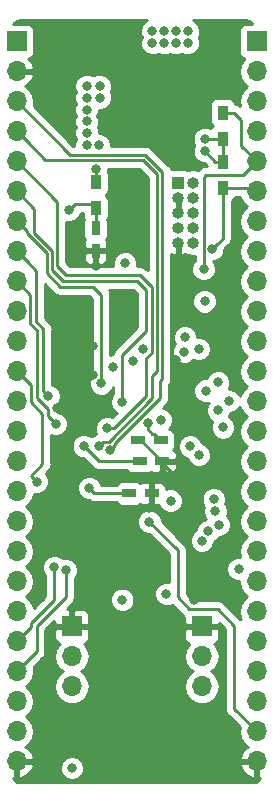
<source format=gbr>
G04 #@! TF.GenerationSoftware,KiCad,Pcbnew,5.0.2-bee76a0~70~ubuntu18.04.1*
G04 #@! TF.CreationDate,2019-01-02T21:11:22-05:00*
G04 #@! TF.ProjectId,stm32 prototype,73746d33-3220-4707-926f-746f74797065,rev?*
G04 #@! TF.SameCoordinates,Original*
G04 #@! TF.FileFunction,Copper,L4,Bot*
G04 #@! TF.FilePolarity,Positive*
%FSLAX46Y46*%
G04 Gerber Fmt 4.6, Leading zero omitted, Abs format (unit mm)*
G04 Created by KiCad (PCBNEW 5.0.2-bee76a0~70~ubuntu18.04.1) date Wed 02 Jan 2019 09:11:22 PM EST*
%MOMM*%
%LPD*%
G01*
G04 APERTURE LIST*
G04 #@! TA.AperFunction,ComponentPad*
%ADD10O,1.700000X1.700000*%
G04 #@! TD*
G04 #@! TA.AperFunction,ComponentPad*
%ADD11R,1.700000X1.700000*%
G04 #@! TD*
G04 #@! TA.AperFunction,SMDPad,CuDef*
%ADD12R,1.200000X0.750000*%
G04 #@! TD*
G04 #@! TA.AperFunction,SMDPad,CuDef*
%ADD13R,0.750000X1.200000*%
G04 #@! TD*
G04 #@! TA.AperFunction,SMDPad,CuDef*
%ADD14R,0.900000X1.200000*%
G04 #@! TD*
G04 #@! TA.AperFunction,ComponentPad*
%ADD15O,1.000000X1.000000*%
G04 #@! TD*
G04 #@! TA.AperFunction,ComponentPad*
%ADD16R,1.000000X1.000000*%
G04 #@! TD*
G04 #@! TA.AperFunction,ViaPad*
%ADD17C,0.800000*%
G04 #@! TD*
G04 #@! TA.AperFunction,Conductor*
%ADD18C,0.250000*%
G04 #@! TD*
G04 #@! TA.AperFunction,Conductor*
%ADD19C,0.254000*%
G04 #@! TD*
G04 APERTURE END LIST*
D10*
G04 #@! TO.P,J1,25*
G04 #@! TO.N,GND*
X182880000Y-106680000D03*
G04 #@! TO.P,J1,24*
G04 #@! TO.N,PB14*
X182880000Y-104140000D03*
G04 #@! TO.P,J1,23*
G04 #@! TO.N,PB15*
X182880000Y-101600000D03*
G04 #@! TO.P,J1,22*
G04 #@! TO.N,PC6*
X182880000Y-99060000D03*
G04 #@! TO.P,J1,21*
G04 #@! TO.N,PC7*
X182880000Y-96520000D03*
G04 #@! TO.P,J1,20*
G04 #@! TO.N,PC8*
X182880000Y-93980000D03*
G04 #@! TO.P,J1,19*
G04 #@! TO.N,PC9*
X182880000Y-91440000D03*
G04 #@! TO.P,J1,18*
G04 #@! TO.N,PA8_MCO*
X182880000Y-88900000D03*
G04 #@! TO.P,J1,17*
G04 #@! TO.N,PA9_ST_RXD*
X182880000Y-86360000D03*
G04 #@! TO.P,J1,16*
G04 #@! TO.N,PA10_ST_TXD*
X182880000Y-83820000D03*
G04 #@! TO.P,J1,15*
G04 #@! TO.N,PA11_ST_RTS*
X182880000Y-81280000D03*
G04 #@! TO.P,J1,14*
G04 #@! TO.N,PA12_CTS*
X182880000Y-78740000D03*
G04 #@! TO.P,J1,13*
G04 #@! TO.N,PA15*
X182880000Y-76200000D03*
G04 #@! TO.P,J1,12*
G04 #@! TO.N,PC10*
X182880000Y-73660000D03*
G04 #@! TO.P,J1,11*
G04 #@! TO.N,PC11*
X182880000Y-71120000D03*
G04 #@! TO.P,J1,10*
G04 #@! TO.N,PC12*
X182880000Y-68580000D03*
G04 #@! TO.P,J1,9*
G04 #@! TO.N,PD2*
X182880000Y-66040000D03*
G04 #@! TO.P,J1,8*
G04 #@! TO.N,PB4*
X182880000Y-63500000D03*
G04 #@! TO.P,J1,7*
G04 #@! TO.N,PB5_I2C1_SMBA*
X182880000Y-60960000D03*
G04 #@! TO.P,J1,6*
G04 #@! TO.N,PB6_I2C1_SCL*
X182880000Y-58420000D03*
G04 #@! TO.P,J1,5*
G04 #@! TO.N,PB7_I2C1_SDA*
X182880000Y-55880000D03*
G04 #@! TO.P,J1,4*
G04 #@! TO.N,PB8*
X182880000Y-53340000D03*
G04 #@! TO.P,J1,3*
G04 #@! TO.N,PB9*
X182880000Y-50800000D03*
G04 #@! TO.P,J1,2*
G04 #@! TO.N,PC13*
X182880000Y-48260000D03*
D11*
G04 #@! TO.P,J1,1*
G04 #@! TO.N,+5V*
X182880000Y-45720000D03*
G04 #@! TD*
G04 #@! TO.P,J1,1*
G04 #@! TO.N,+5V*
X182880000Y-45720000D03*
D10*
G04 #@! TO.P,J1,2*
G04 #@! TO.N,PC13*
X182880000Y-48260000D03*
G04 #@! TO.P,J1,3*
G04 #@! TO.N,PB9*
X182880000Y-50800000D03*
G04 #@! TO.P,J1,4*
G04 #@! TO.N,PB8*
X182880000Y-53340000D03*
G04 #@! TO.P,J1,5*
G04 #@! TO.N,PB7_I2C1_SDA*
X182880000Y-55880000D03*
G04 #@! TO.P,J1,6*
G04 #@! TO.N,PB6_I2C1_SCL*
X182880000Y-58420000D03*
G04 #@! TO.P,J1,7*
G04 #@! TO.N,PB5_I2C1_SMBA*
X182880000Y-60960000D03*
G04 #@! TO.P,J1,8*
G04 #@! TO.N,PB4*
X182880000Y-63500000D03*
G04 #@! TO.P,J1,9*
G04 #@! TO.N,PD2*
X182880000Y-66040000D03*
G04 #@! TO.P,J1,10*
G04 #@! TO.N,PC12*
X182880000Y-68580000D03*
G04 #@! TO.P,J1,11*
G04 #@! TO.N,PC11*
X182880000Y-71120000D03*
G04 #@! TO.P,J1,12*
G04 #@! TO.N,PC10*
X182880000Y-73660000D03*
G04 #@! TO.P,J1,13*
G04 #@! TO.N,PA15*
X182880000Y-76200000D03*
G04 #@! TO.P,J1,14*
G04 #@! TO.N,PA12_CTS*
X182880000Y-78740000D03*
G04 #@! TO.P,J1,15*
G04 #@! TO.N,PA11_ST_RTS*
X182880000Y-81280000D03*
G04 #@! TO.P,J1,16*
G04 #@! TO.N,PA10_ST_TXD*
X182880000Y-83820000D03*
G04 #@! TO.P,J1,17*
G04 #@! TO.N,PA9_ST_RXD*
X182880000Y-86360000D03*
G04 #@! TO.P,J1,18*
G04 #@! TO.N,PA8_MCO*
X182880000Y-88900000D03*
G04 #@! TO.P,J1,19*
G04 #@! TO.N,PC9*
X182880000Y-91440000D03*
G04 #@! TO.P,J1,20*
G04 #@! TO.N,PC8*
X182880000Y-93980000D03*
G04 #@! TO.P,J1,21*
G04 #@! TO.N,PC7*
X182880000Y-96520000D03*
G04 #@! TO.P,J1,22*
G04 #@! TO.N,PC6*
X182880000Y-99060000D03*
G04 #@! TO.P,J1,23*
G04 #@! TO.N,PB15*
X182880000Y-101600000D03*
G04 #@! TO.P,J1,24*
G04 #@! TO.N,PB14*
X182880000Y-104140000D03*
G04 #@! TO.P,J1,25*
G04 #@! TO.N,GND*
X182880000Y-106680000D03*
G04 #@! TD*
G04 #@! TO.P,J10,3*
G04 #@! TO.N,+3V3*
X167250000Y-100330000D03*
G04 #@! TO.P,J10,2*
G04 #@! TO.N,Net-(J10-Pad2)*
X167250000Y-97790000D03*
D11*
G04 #@! TO.P,J10,1*
G04 #@! TO.N,GND*
X167250000Y-95250000D03*
G04 #@! TD*
D10*
G04 #@! TO.P,J1,25*
G04 #@! TO.N,GND*
X182880000Y-106680000D03*
G04 #@! TO.P,J1,24*
G04 #@! TO.N,PB14*
X182880000Y-104140000D03*
G04 #@! TO.P,J1,23*
G04 #@! TO.N,PB15*
X182880000Y-101600000D03*
G04 #@! TO.P,J1,22*
G04 #@! TO.N,PC6*
X182880000Y-99060000D03*
G04 #@! TO.P,J1,21*
G04 #@! TO.N,PC7*
X182880000Y-96520000D03*
G04 #@! TO.P,J1,20*
G04 #@! TO.N,PC8*
X182880000Y-93980000D03*
G04 #@! TO.P,J1,19*
G04 #@! TO.N,PC9*
X182880000Y-91440000D03*
G04 #@! TO.P,J1,18*
G04 #@! TO.N,PA8_MCO*
X182880000Y-88900000D03*
G04 #@! TO.P,J1,17*
G04 #@! TO.N,PA9_ST_RXD*
X182880000Y-86360000D03*
G04 #@! TO.P,J1,16*
G04 #@! TO.N,PA10_ST_TXD*
X182880000Y-83820000D03*
G04 #@! TO.P,J1,15*
G04 #@! TO.N,PA11_ST_RTS*
X182880000Y-81280000D03*
G04 #@! TO.P,J1,14*
G04 #@! TO.N,PA12_CTS*
X182880000Y-78740000D03*
G04 #@! TO.P,J1,13*
G04 #@! TO.N,PA15*
X182880000Y-76200000D03*
G04 #@! TO.P,J1,12*
G04 #@! TO.N,PC10*
X182880000Y-73660000D03*
G04 #@! TO.P,J1,11*
G04 #@! TO.N,PC11*
X182880000Y-71120000D03*
G04 #@! TO.P,J1,10*
G04 #@! TO.N,PC12*
X182880000Y-68580000D03*
G04 #@! TO.P,J1,9*
G04 #@! TO.N,PD2*
X182880000Y-66040000D03*
G04 #@! TO.P,J1,8*
G04 #@! TO.N,PB4*
X182880000Y-63500000D03*
G04 #@! TO.P,J1,7*
G04 #@! TO.N,PB5_I2C1_SMBA*
X182880000Y-60960000D03*
G04 #@! TO.P,J1,6*
G04 #@! TO.N,PB6_I2C1_SCL*
X182880000Y-58420000D03*
G04 #@! TO.P,J1,5*
G04 #@! TO.N,PB7_I2C1_SDA*
X182880000Y-55880000D03*
G04 #@! TO.P,J1,4*
G04 #@! TO.N,PB8*
X182880000Y-53340000D03*
G04 #@! TO.P,J1,3*
G04 #@! TO.N,PB9*
X182880000Y-50800000D03*
G04 #@! TO.P,J1,2*
G04 #@! TO.N,PC13*
X182880000Y-48260000D03*
D11*
G04 #@! TO.P,J1,1*
G04 #@! TO.N,+5V*
X182880000Y-45720000D03*
G04 #@! TD*
G04 #@! TO.P,J8,1*
G04 #@! TO.N,+3V3*
X162560000Y-45720000D03*
D10*
G04 #@! TO.P,J8,2*
G04 #@! TO.N,GND*
X162560000Y-48260000D03*
G04 #@! TO.P,J8,3*
G04 #@! TO.N,PC1*
X162560000Y-50800000D03*
G04 #@! TO.P,J8,4*
G04 #@! TO.N,PC2*
X162560000Y-53340000D03*
G04 #@! TO.P,J8,5*
G04 #@! TO.N,PC0*
X162560000Y-55880000D03*
G04 #@! TO.P,J8,6*
G04 #@! TO.N,PC14*
X162560000Y-58420000D03*
G04 #@! TO.P,J8,7*
G04 #@! TO.N,PC15*
X162560000Y-60960000D03*
G04 #@! TO.P,J8,8*
G04 #@! TO.N,PC3*
X162560000Y-63500000D03*
G04 #@! TO.P,J8,9*
G04 #@! TO.N,PA0*
X162560000Y-66040000D03*
G04 #@! TO.P,J8,10*
G04 #@! TO.N,PA1*
X162560000Y-68580000D03*
G04 #@! TO.P,J8,11*
G04 #@! TO.N,PA2*
X162560000Y-71120000D03*
G04 #@! TO.P,J8,12*
G04 #@! TO.N,PA3*
X162560000Y-73660000D03*
G04 #@! TO.P,J8,13*
G04 #@! TO.N,PB0*
X162560000Y-76200000D03*
G04 #@! TO.P,J8,14*
G04 #@! TO.N,PC5*
X162560000Y-78740000D03*
G04 #@! TO.P,J8,15*
G04 #@! TO.N,PC4*
X162560000Y-81280000D03*
G04 #@! TO.P,J8,16*
G04 #@! TO.N,PA4_SPI1_NSS*
X162560000Y-83820000D03*
G04 #@! TO.P,J8,17*
G04 #@! TO.N,PA5_SPI1_SCK*
X162560000Y-86360000D03*
G04 #@! TO.P,J8,18*
G04 #@! TO.N,PA6_SPI1_MISO*
X162560000Y-88900000D03*
G04 #@! TO.P,J8,19*
G04 #@! TO.N,PA7_SPI1_MOSI*
X162560000Y-91440000D03*
G04 #@! TO.P,J8,20*
G04 #@! TO.N,PB1*
X162560000Y-93980000D03*
G04 #@! TO.P,J8,21*
G04 #@! TO.N,PB10*
X162560000Y-96520000D03*
G04 #@! TO.P,J8,22*
G04 #@! TO.N,PB11*
X162560000Y-99060000D03*
G04 #@! TO.P,J8,23*
G04 #@! TO.N,PB13*
X162560000Y-101600000D03*
G04 #@! TO.P,J8,24*
G04 #@! TO.N,PB12*
X162560000Y-104140000D03*
G04 #@! TO.P,J8,25*
G04 #@! TO.N,GND*
X162560000Y-106680000D03*
G04 #@! TD*
G04 #@! TO.P,J9,3*
G04 #@! TO.N,+3V3*
X178250000Y-100330000D03*
G04 #@! TO.P,J9,2*
G04 #@! TO.N,Net-(J9-Pad2)*
X178250000Y-97790000D03*
D11*
G04 #@! TO.P,J9,1*
G04 #@! TO.N,GND*
X178250000Y-95250000D03*
G04 #@! TD*
D12*
G04 #@! TO.P,C12,2*
G04 #@! TO.N,NRST*
X174750000Y-79500000D03*
G04 #@! TO.P,C12,1*
G04 #@! TO.N,GND*
X172850000Y-79500000D03*
G04 #@! TD*
G04 #@! TO.P,C19,1*
G04 #@! TO.N,GND*
X174000000Y-84000000D03*
G04 #@! TO.P,C19,2*
G04 #@! TO.N,+3V3*
X172100000Y-84000000D03*
G04 #@! TD*
D13*
G04 #@! TO.P,C20,1*
G04 #@! TO.N,GND*
X169250000Y-63450000D03*
G04 #@! TO.P,C20,2*
G04 #@! TO.N,PC13*
X169250000Y-61550000D03*
G04 #@! TD*
D12*
G04 #@! TO.P,C24,1*
G04 #@! TO.N,GND*
X174900000Y-81250000D03*
G04 #@! TO.P,C24,2*
G04 #@! TO.N,+3V3*
X173000000Y-81250000D03*
G04 #@! TD*
D14*
G04 #@! TO.P,R3,1*
G04 #@! TO.N,+3V3*
X180000000Y-55900000D03*
G04 #@! TO.P,R3,2*
G04 #@! TO.N,PB6_I2C1_SCL*
X180000000Y-58100000D03*
G04 #@! TD*
G04 #@! TO.P,R4,2*
G04 #@! TO.N,PB7_I2C1_SDA*
X180000000Y-51750000D03*
G04 #@! TO.P,R4,1*
G04 #@! TO.N,+3V3*
X180000000Y-53950000D03*
G04 #@! TD*
G04 #@! TO.P,R32,2*
G04 #@! TO.N,PC13*
X169250000Y-59850000D03*
G04 #@! TO.P,R32,1*
G04 #@! TO.N,+3V3*
X169250000Y-57650000D03*
G04 #@! TD*
D15*
G04 #@! TO.P,SWD,10*
G04 #@! TO.N,NRST*
X177500000Y-62750000D03*
G04 #@! TO.P,SWD,9*
G04 #@! TO.N,GND*
X176230000Y-62750000D03*
G04 #@! TO.P,SWD,8*
G04 #@! TO.N,N/C*
X177500000Y-61480000D03*
G04 #@! TO.P,SWD,7*
X176230000Y-61480000D03*
G04 #@! TO.P,SWD,6*
G04 #@! TO.N,SWO*
X177500000Y-60210000D03*
G04 #@! TO.P,SWD,5*
G04 #@! TO.N,GND*
X176230000Y-60210000D03*
G04 #@! TO.P,SWD,4*
G04 #@! TO.N,TCK_SWCLK*
X177500000Y-58940000D03*
G04 #@! TO.P,SWD,3*
G04 #@! TO.N,GND*
X176230000Y-58940000D03*
G04 #@! TO.P,SWD,2*
G04 #@! TO.N,TMS_SWDIO*
X177500000Y-57670000D03*
D16*
G04 #@! TO.P,SWD,1*
G04 #@! TO.N,+3V3*
X176230000Y-57670000D03*
G04 #@! TD*
D17*
G04 #@! TO.N,GND*
X177115000Y-52785000D03*
X170000000Y-46750000D03*
X170052813Y-45669416D03*
X171052813Y-45669416D03*
X172052813Y-45669416D03*
X169052813Y-44669416D03*
X170052813Y-44669416D03*
X171052813Y-44669416D03*
X172052813Y-44669416D03*
X169500000Y-90750000D03*
X181000000Y-93250000D03*
X177250000Y-69500000D03*
X169250000Y-64750000D03*
X176024990Y-72701699D03*
X177600000Y-93000000D03*
X178500000Y-107500000D03*
X164661065Y-92837714D03*
X169000000Y-71500000D03*
X167583298Y-82397556D03*
X173750000Y-85250000D03*
X166000000Y-76750000D03*
X173225689Y-71748991D03*
X176500000Y-81250000D03*
X176000000Y-82500000D03*
X172216758Y-67507922D03*
X169000000Y-74000000D03*
X168000000Y-76000000D03*
G04 #@! TO.N,+3V3*
X169500000Y-54500000D03*
X168500000Y-54500000D03*
X169602813Y-50500000D03*
X169602813Y-49500000D03*
X168500000Y-52500000D03*
X168500000Y-50500000D03*
X168500000Y-53469416D03*
X178500000Y-54000000D03*
X178500000Y-55000000D03*
X176813821Y-70765907D03*
X181362340Y-90387660D03*
X178474990Y-67736500D03*
X171500000Y-93000000D03*
X167250000Y-107250000D03*
X169250000Y-56500000D03*
X168725926Y-83524066D03*
X168250000Y-80000000D03*
X172459035Y-72750000D03*
X168500000Y-49500000D03*
X168500000Y-51500000D03*
G04 #@! TO.N,+5V*
X177052813Y-45869416D03*
X176052813Y-45869416D03*
X175052813Y-45869416D03*
X174052813Y-45869416D03*
X174052813Y-44869416D03*
X175052813Y-44869416D03*
X176052813Y-44869416D03*
X177052813Y-44869416D03*
G04 #@! TO.N,NRST*
X173648436Y-78013294D03*
G04 #@! TO.N,PB14*
X173800000Y-86400000D03*
G04 #@! TO.N,PB11*
X166750000Y-90500000D03*
G04 #@! TO.N,PB10*
X165750000Y-90250000D03*
G04 #@! TO.N,PC2*
X169500000Y-80000000D03*
G04 #@! TO.N,PB9*
X176750000Y-72000000D03*
G04 #@! TO.N,PB8*
X178012660Y-71762660D03*
G04 #@! TO.N,PB7_I2C1_SDA*
X178400000Y-65000000D03*
G04 #@! TO.N,PB6_I2C1_SCL*
X179125010Y-63286846D03*
G04 #@! TO.N,PB5_I2C1_SMBA*
X178575927Y-75288139D03*
G04 #@! TO.N,PB4*
X179627006Y-74589417D03*
G04 #@! TO.N,PA15*
X178000000Y-80750000D03*
G04 #@! TO.N,PA12_CTS*
X179265500Y-84495306D03*
G04 #@! TO.N,PA11_ST_RTS*
X179399869Y-85487783D03*
G04 #@! TO.N,PA10_ST_TXD*
X179659171Y-86648408D03*
G04 #@! TO.N,PA9_ST_RXD*
X178804707Y-87167940D03*
G04 #@! TO.N,PA8_MCO*
X178250000Y-88000000D03*
G04 #@! TO.N,PA3*
X164250000Y-83000000D03*
G04 #@! TO.N,PA0*
X165875645Y-78105839D03*
G04 #@! TO.N,PC13*
X167000000Y-60000000D03*
G04 #@! TO.N,PD2*
X179648376Y-76950425D03*
G04 #@! TO.N,PC3*
X165250000Y-75750000D03*
G04 #@! TO.N,PC9*
X175600000Y-84600000D03*
G04 #@! TO.N,PC10*
X180042585Y-78398964D03*
G04 #@! TO.N,PC11*
X177250000Y-80000000D03*
G04 #@! TO.N,PC12*
X180529978Y-76166807D03*
G04 #@! TO.N,PC14*
X171500000Y-76250000D03*
G04 #@! TO.N,PC1*
X170510243Y-80325011D03*
G04 #@! TO.N,PC0*
X170237017Y-78487663D03*
G04 #@! TO.N,PC13*
X170750000Y-73250000D03*
X171750000Y-64500000D03*
G04 #@! TO.N,Net-(R6-Pad1)*
X174750000Y-77750000D03*
X175250000Y-92500000D03*
G04 #@! TO.N,PC15*
X169737965Y-74674857D03*
G04 #@! TD*
D18*
G04 #@! TO.N,GND*
X169250000Y-63200000D02*
X169250000Y-64750000D01*
X174000000Y-84000000D02*
X174000000Y-85000000D01*
X174000000Y-85000000D02*
X173750000Y-85250000D01*
X174825000Y-81250000D02*
X174900000Y-81250000D01*
X173075000Y-79500000D02*
X174825000Y-81250000D01*
X172850000Y-79500000D02*
X173075000Y-79500000D01*
X174900000Y-81250000D02*
X176500000Y-81250000D01*
X174900000Y-81250000D02*
X174900000Y-81400000D01*
X174900000Y-81400000D02*
X176000000Y-82500000D01*
G04 #@! TO.N,+3V3*
X180000000Y-55900000D02*
X180000000Y-53950000D01*
X180000000Y-53950000D02*
X178550000Y-53950000D01*
X178550000Y-53950000D02*
X178500000Y-54000000D01*
X180000000Y-55900000D02*
X179400000Y-55900000D01*
X179400000Y-55900000D02*
X178500000Y-55000000D01*
X169250000Y-57650000D02*
X169250000Y-56500000D01*
X169125925Y-83924065D02*
X168725926Y-83524066D01*
X169201860Y-84000000D02*
X169125925Y-83924065D01*
X172100000Y-84000000D02*
X169201860Y-84000000D01*
X168250000Y-80000000D02*
X169500000Y-81250000D01*
X169500000Y-81250000D02*
X172100000Y-81250000D01*
X172100000Y-81250000D02*
X173000000Y-81250000D01*
G04 #@! TO.N,NRST*
X174000000Y-78930543D02*
X173648436Y-78578979D01*
X173648436Y-78578979D02*
X173648436Y-78013294D01*
X174180543Y-78930543D02*
X174750000Y-79500000D01*
X174000000Y-78930543D02*
X174180543Y-78930543D01*
G04 #@! TO.N,PB14*
X173800000Y-86400000D02*
X176200000Y-88800000D01*
X176200000Y-88800000D02*
X176200000Y-92800000D01*
X176200000Y-92800000D02*
X177200000Y-93800000D01*
X177200000Y-93800000D02*
X179600000Y-93800000D01*
X179600000Y-93800000D02*
X181000000Y-95200000D01*
X181000000Y-102260000D02*
X182880000Y-104140000D01*
X181000000Y-95200000D02*
X181000000Y-102260000D01*
G04 #@! TO.N,PB11*
X166750000Y-90500000D02*
X166750000Y-92750000D01*
X166750000Y-92750000D02*
X164250000Y-95250000D01*
X164250000Y-97370000D02*
X162560000Y-99060000D01*
X164250000Y-95250000D02*
X164250000Y-97370000D01*
G04 #@! TO.N,PB10*
X163750000Y-95330000D02*
X162560000Y-96520000D01*
X163750000Y-95000000D02*
X163750000Y-95330000D01*
X165750000Y-90250000D02*
X165750000Y-93000000D01*
X165750000Y-93000000D02*
X163750000Y-95000000D01*
G04 #@! TO.N,PC2*
X174450009Y-56950009D02*
X173250000Y-55750000D01*
X163409999Y-54189999D02*
X162560000Y-53340000D01*
X164970000Y-55750000D02*
X163409999Y-54189999D01*
X173250000Y-55750000D02*
X164970000Y-55750000D01*
X169899999Y-79600001D02*
X170399999Y-79600001D01*
X169500000Y-80000000D02*
X169899999Y-79600001D01*
X174049991Y-74063599D02*
X174450009Y-73663581D01*
X174049991Y-75950009D02*
X174049991Y-74063599D01*
X174450009Y-72250000D02*
X174450009Y-56950009D01*
X174450009Y-72299991D02*
X174450009Y-72250000D01*
X174450009Y-73663581D02*
X174450009Y-72250000D01*
X170399999Y-79600001D02*
X174049991Y-75950009D01*
G04 #@! TO.N,PC14*
X164049989Y-59909989D02*
X164049989Y-61936400D01*
X162560000Y-58420000D02*
X164049989Y-59909989D01*
X165549989Y-63436400D02*
X165549989Y-65049989D01*
X165549989Y-65049989D02*
X166500000Y-66000000D01*
X164049989Y-61936400D02*
X165549989Y-63436400D01*
G04 #@! TO.N,PB7_I2C1_SDA*
X181760000Y-57000000D02*
X182880000Y-55880000D01*
X178600000Y-57000000D02*
X181760000Y-57000000D01*
X178400000Y-65000000D02*
X178400000Y-57200000D01*
X178400000Y-57200000D02*
X178600000Y-57000000D01*
X180000000Y-51750000D02*
X180950000Y-51750000D01*
X180950000Y-51750000D02*
X181600000Y-52400000D01*
X181600000Y-54600000D02*
X182880000Y-55880000D01*
X181600000Y-52400000D02*
X181600000Y-54600000D01*
G04 #@! TO.N,PB6_I2C1_SCL*
X179525009Y-62886847D02*
X179125010Y-63286846D01*
X180000000Y-62411856D02*
X179525009Y-62886847D01*
X180000000Y-58100000D02*
X180000000Y-62411856D01*
X182560000Y-58100000D02*
X182880000Y-58420000D01*
X180000000Y-58100000D02*
X182560000Y-58100000D01*
G04 #@! TO.N,PA3*
X164250000Y-83000000D02*
X163750000Y-82500000D01*
X163750000Y-82500000D02*
X164750000Y-81500000D01*
X164750000Y-81500000D02*
X164750000Y-77250000D01*
X164750000Y-77250000D02*
X163750000Y-76250000D01*
X163750000Y-74850000D02*
X162560000Y-73660000D01*
X163750000Y-76250000D02*
X163750000Y-74850000D01*
G04 #@! TO.N,PA0*
X163735001Y-69621411D02*
X164299989Y-70186399D01*
X165228443Y-77458637D02*
X165475646Y-77705840D01*
X165228443Y-76864854D02*
X165228443Y-77458637D01*
X165475646Y-77705840D02*
X165875645Y-78105839D01*
X164299989Y-75936400D02*
X165228443Y-76864854D01*
X164299989Y-70186399D02*
X164299989Y-75936400D01*
X163735001Y-67215001D02*
X163735001Y-69621411D01*
X162560000Y-66040000D02*
X163735001Y-67215001D01*
G04 #@! TO.N,PC13*
X169250000Y-61300000D02*
X169250000Y-59450000D01*
X169250000Y-59450000D02*
X167550000Y-59450000D01*
X167550000Y-59450000D02*
X167000000Y-60000000D01*
G04 #@! TO.N,PC3*
X163409999Y-64349999D02*
X162560000Y-63500000D01*
X164185012Y-69435004D02*
X164185012Y-65125012D01*
X164840380Y-70090380D02*
X164185012Y-69435004D01*
X165250000Y-75750000D02*
X164840380Y-75340380D01*
X164185012Y-65125012D02*
X163409999Y-64349999D01*
X164840380Y-75340380D02*
X164840380Y-70090380D01*
G04 #@! TO.N,PC1*
X170910242Y-79726169D02*
X170910242Y-79925012D01*
X170910242Y-79925012D02*
X170510243Y-80325011D01*
X174700011Y-75936400D02*
X170910242Y-79726169D01*
X174900018Y-74299993D02*
X174700011Y-74500000D01*
X174700011Y-74500000D02*
X174700011Y-75936400D01*
X167059991Y-55299991D02*
X173436401Y-55299991D01*
X174900018Y-56763608D02*
X174900018Y-74299993D01*
X174700011Y-74450011D02*
X174700011Y-74500000D01*
X162560000Y-50800000D02*
X167059991Y-55299991D01*
X173436401Y-55299991D02*
X174900018Y-56763608D01*
G04 #@! TO.N,PC0*
X173549989Y-72563601D02*
X173549989Y-75740376D01*
X170802702Y-78487663D02*
X170237017Y-78487663D01*
X166000000Y-59320000D02*
X166000000Y-64750000D01*
X166000000Y-64750000D02*
X166750000Y-65500000D01*
X174000000Y-66500000D02*
X174000000Y-72113590D01*
X173549989Y-75740376D02*
X170802702Y-78487663D01*
X162560000Y-55880000D02*
X166000000Y-59320000D01*
X174000000Y-72113590D02*
X173549989Y-72563601D01*
X173000000Y-65500000D02*
X174000000Y-66500000D01*
X166750000Y-65500000D02*
X173000000Y-65500000D01*
G04 #@! TO.N,PC14*
X171500000Y-76250000D02*
X171500000Y-72250000D01*
X171500000Y-72250000D02*
X173500000Y-70250000D01*
X173500000Y-66750000D02*
X172750000Y-66000000D01*
X173500000Y-70250000D02*
X173500000Y-66750000D01*
X166500000Y-66000000D02*
X172750000Y-66000000D01*
G04 #@! TO.N,PC15*
X165099978Y-65349978D02*
X166250000Y-66500000D01*
X162560000Y-60960000D02*
X163409999Y-61809999D01*
X166250000Y-66500000D02*
X169044229Y-66500000D01*
X165099978Y-63622800D02*
X165099978Y-65349978D01*
X169737965Y-67193736D02*
X169737965Y-74109172D01*
X163409999Y-61932821D02*
X165099978Y-63622800D01*
X169737965Y-74109172D02*
X169737965Y-74674857D01*
X169044229Y-66500000D02*
X169737965Y-67193736D01*
X163409999Y-61809999D02*
X163409999Y-61932821D01*
G04 #@! TD*
D19*
G04 #@! TO.N,GND*
G36*
X181481161Y-58999418D02*
X181809375Y-59490625D01*
X182107761Y-59690000D01*
X181809375Y-59889375D01*
X181481161Y-60380582D01*
X181365908Y-60960000D01*
X181481161Y-61539418D01*
X181809375Y-62030625D01*
X182107761Y-62230000D01*
X181809375Y-62429375D01*
X181481161Y-62920582D01*
X181365908Y-63500000D01*
X181481161Y-64079418D01*
X181809375Y-64570625D01*
X182107761Y-64770000D01*
X181809375Y-64969375D01*
X181481161Y-65460582D01*
X181365908Y-66040000D01*
X181481161Y-66619418D01*
X181809375Y-67110625D01*
X182107761Y-67310000D01*
X181809375Y-67509375D01*
X181481161Y-68000582D01*
X181365908Y-68580000D01*
X181481161Y-69159418D01*
X181809375Y-69650625D01*
X182107761Y-69850000D01*
X181809375Y-70049375D01*
X181481161Y-70540582D01*
X181365908Y-71120000D01*
X181481161Y-71699418D01*
X181809375Y-72190625D01*
X182107761Y-72390000D01*
X181809375Y-72589375D01*
X181481161Y-73080582D01*
X181365908Y-73660000D01*
X181481161Y-74239418D01*
X181809375Y-74730625D01*
X182107761Y-74930000D01*
X181809375Y-75129375D01*
X181481161Y-75620582D01*
X181462617Y-75713811D01*
X181407409Y-75580527D01*
X181116258Y-75289376D01*
X180735852Y-75131807D01*
X180522617Y-75131807D01*
X180662006Y-74795291D01*
X180662006Y-74383543D01*
X180504437Y-74003137D01*
X180213286Y-73711986D01*
X179832880Y-73554417D01*
X179421132Y-73554417D01*
X179040726Y-73711986D01*
X178749575Y-74003137D01*
X178646021Y-74253139D01*
X178370053Y-74253139D01*
X177989647Y-74410708D01*
X177698496Y-74701859D01*
X177540927Y-75082265D01*
X177540927Y-75494013D01*
X177698496Y-75874419D01*
X177989647Y-76165570D01*
X178370053Y-76323139D01*
X178781801Y-76323139D01*
X178833270Y-76301820D01*
X178770945Y-76364145D01*
X178613376Y-76744551D01*
X178613376Y-77156299D01*
X178770945Y-77536705D01*
X179062096Y-77827856D01*
X179144697Y-77862071D01*
X179007585Y-78193090D01*
X179007585Y-78604838D01*
X179165154Y-78985244D01*
X179456305Y-79276395D01*
X179836711Y-79433964D01*
X180248459Y-79433964D01*
X180628865Y-79276395D01*
X180920016Y-78985244D01*
X181077585Y-78604838D01*
X181077585Y-78193090D01*
X180920016Y-77812684D01*
X180628865Y-77521533D01*
X180546264Y-77487318D01*
X180664526Y-77201807D01*
X180735852Y-77201807D01*
X181116258Y-77044238D01*
X181407409Y-76753087D01*
X181453696Y-76641341D01*
X181481161Y-76779418D01*
X181809375Y-77270625D01*
X182107761Y-77470000D01*
X181809375Y-77669375D01*
X181481161Y-78160582D01*
X181365908Y-78740000D01*
X181481161Y-79319418D01*
X181809375Y-79810625D01*
X182107761Y-80010000D01*
X181809375Y-80209375D01*
X181481161Y-80700582D01*
X181365908Y-81280000D01*
X181481161Y-81859418D01*
X181809375Y-82350625D01*
X182107761Y-82550000D01*
X181809375Y-82749375D01*
X181481161Y-83240582D01*
X181365908Y-83820000D01*
X181481161Y-84399418D01*
X181809375Y-84890625D01*
X182107761Y-85090000D01*
X181809375Y-85289375D01*
X181481161Y-85780582D01*
X181365908Y-86360000D01*
X181481161Y-86939418D01*
X181809375Y-87430625D01*
X182107761Y-87630000D01*
X181809375Y-87829375D01*
X181481161Y-88320582D01*
X181365908Y-88900000D01*
X181455947Y-89352660D01*
X181156466Y-89352660D01*
X180776060Y-89510229D01*
X180484909Y-89801380D01*
X180327340Y-90181786D01*
X180327340Y-90593534D01*
X180484909Y-90973940D01*
X180776060Y-91265091D01*
X181156466Y-91422660D01*
X181369357Y-91422660D01*
X181365908Y-91440000D01*
X181481161Y-92019418D01*
X181809375Y-92510625D01*
X182107761Y-92710000D01*
X181809375Y-92909375D01*
X181481161Y-93400582D01*
X181365908Y-93980000D01*
X181481161Y-94559418D01*
X181539150Y-94646205D01*
X181484473Y-94609671D01*
X180190331Y-93315530D01*
X180147929Y-93252071D01*
X179896537Y-93084096D01*
X179674852Y-93040000D01*
X179674847Y-93040000D01*
X179600000Y-93025112D01*
X179525153Y-93040000D01*
X177514802Y-93040000D01*
X176960000Y-92485199D01*
X176960000Y-88874848D01*
X176974888Y-88800000D01*
X176960000Y-88725152D01*
X176960000Y-88725148D01*
X176915904Y-88503463D01*
X176747929Y-88252071D01*
X176684473Y-88209671D01*
X176268928Y-87794126D01*
X177215000Y-87794126D01*
X177215000Y-88205874D01*
X177372569Y-88586280D01*
X177663720Y-88877431D01*
X178044126Y-89035000D01*
X178455874Y-89035000D01*
X178836280Y-88877431D01*
X179127431Y-88586280D01*
X179285000Y-88205874D01*
X179285000Y-88089272D01*
X179390987Y-88045371D01*
X179682138Y-87754220D01*
X179711469Y-87683408D01*
X179865045Y-87683408D01*
X180245451Y-87525839D01*
X180536602Y-87234688D01*
X180694171Y-86854282D01*
X180694171Y-86442534D01*
X180536602Y-86062128D01*
X180356743Y-85882269D01*
X180434869Y-85693657D01*
X180434869Y-85281909D01*
X180277300Y-84901503D01*
X180235032Y-84859235D01*
X180300500Y-84701180D01*
X180300500Y-84289432D01*
X180142931Y-83909026D01*
X179851780Y-83617875D01*
X179471374Y-83460306D01*
X179059626Y-83460306D01*
X178679220Y-83617875D01*
X178388069Y-83909026D01*
X178230500Y-84289432D01*
X178230500Y-84701180D01*
X178388069Y-85081586D01*
X178430337Y-85123854D01*
X178364869Y-85281909D01*
X178364869Y-85693657D01*
X178522438Y-86074063D01*
X178586446Y-86138071D01*
X178218427Y-86290509D01*
X177927276Y-86581660D01*
X177769707Y-86962066D01*
X177769707Y-87078668D01*
X177663720Y-87122569D01*
X177372569Y-87413720D01*
X177215000Y-87794126D01*
X176268928Y-87794126D01*
X174835000Y-86360199D01*
X174835000Y-86194126D01*
X174677431Y-85813720D01*
X174386280Y-85522569D01*
X174005874Y-85365000D01*
X173594126Y-85365000D01*
X173213720Y-85522569D01*
X172922569Y-85813720D01*
X172765000Y-86194126D01*
X172765000Y-86605874D01*
X172922569Y-86986280D01*
X173213720Y-87277431D01*
X173594126Y-87435000D01*
X173760199Y-87435000D01*
X175440000Y-89114802D01*
X175440001Y-91465000D01*
X175044126Y-91465000D01*
X174663720Y-91622569D01*
X174372569Y-91913720D01*
X174215000Y-92294126D01*
X174215000Y-92705874D01*
X174372569Y-93086280D01*
X174663720Y-93377431D01*
X175044126Y-93535000D01*
X175455874Y-93535000D01*
X175741775Y-93416576D01*
X176609670Y-94284472D01*
X176652071Y-94347929D01*
X176765000Y-94423386D01*
X176765000Y-94964250D01*
X176923750Y-95123000D01*
X178123000Y-95123000D01*
X178123000Y-95103000D01*
X178377000Y-95103000D01*
X178377000Y-95123000D01*
X179576250Y-95123000D01*
X179712224Y-94987026D01*
X180240000Y-95514802D01*
X180240001Y-102185148D01*
X180225112Y-102260000D01*
X180240001Y-102334852D01*
X180284097Y-102556537D01*
X180452072Y-102807929D01*
X180515528Y-102850329D01*
X181438791Y-103773593D01*
X181365908Y-104140000D01*
X181481161Y-104719418D01*
X181809375Y-105210625D01*
X182128478Y-105423843D01*
X181998642Y-105484817D01*
X181608355Y-105913076D01*
X181438524Y-106323110D01*
X181559845Y-106553000D01*
X182753000Y-106553000D01*
X182753000Y-106533000D01*
X183007000Y-106533000D01*
X183007000Y-106553000D01*
X183027000Y-106553000D01*
X183027000Y-106807000D01*
X183007000Y-106807000D01*
X183007000Y-108000819D01*
X183190020Y-108096884D01*
X183123679Y-108197499D01*
X182840237Y-108388400D01*
X182492563Y-108458000D01*
X162937509Y-108458000D01*
X162591870Y-108389248D01*
X162309455Y-108200545D01*
X162242733Y-108100688D01*
X162433000Y-108000819D01*
X162433000Y-106807000D01*
X162687000Y-106807000D01*
X162687000Y-108000819D01*
X162916892Y-108121486D01*
X163441358Y-107875183D01*
X163831645Y-107446924D01*
X163998478Y-107044126D01*
X166215000Y-107044126D01*
X166215000Y-107455874D01*
X166372569Y-107836280D01*
X166663720Y-108127431D01*
X167044126Y-108285000D01*
X167455874Y-108285000D01*
X167836280Y-108127431D01*
X168127431Y-107836280D01*
X168285000Y-107455874D01*
X168285000Y-107044126D01*
X168282003Y-107036890D01*
X181438524Y-107036890D01*
X181608355Y-107446924D01*
X181998642Y-107875183D01*
X182523108Y-108121486D01*
X182753000Y-108000819D01*
X182753000Y-106807000D01*
X181559845Y-106807000D01*
X181438524Y-107036890D01*
X168282003Y-107036890D01*
X168127431Y-106663720D01*
X167836280Y-106372569D01*
X167455874Y-106215000D01*
X167044126Y-106215000D01*
X166663720Y-106372569D01*
X166372569Y-106663720D01*
X166215000Y-107044126D01*
X163998478Y-107044126D01*
X164001476Y-107036890D01*
X163880155Y-106807000D01*
X162687000Y-106807000D01*
X162433000Y-106807000D01*
X162413000Y-106807000D01*
X162413000Y-106553000D01*
X162433000Y-106553000D01*
X162433000Y-106533000D01*
X162687000Y-106533000D01*
X162687000Y-106553000D01*
X163880155Y-106553000D01*
X164001476Y-106323110D01*
X163831645Y-105913076D01*
X163441358Y-105484817D01*
X163311522Y-105423843D01*
X163630625Y-105210625D01*
X163958839Y-104719418D01*
X164074092Y-104140000D01*
X163958839Y-103560582D01*
X163630625Y-103069375D01*
X163332239Y-102870000D01*
X163630625Y-102670625D01*
X163958839Y-102179418D01*
X164074092Y-101600000D01*
X163958839Y-101020582D01*
X163630625Y-100529375D01*
X163332239Y-100330000D01*
X163630625Y-100130625D01*
X163958839Y-99639418D01*
X164074092Y-99060000D01*
X164001209Y-98693592D01*
X164734473Y-97960329D01*
X164797929Y-97917929D01*
X164883408Y-97790000D01*
X165735908Y-97790000D01*
X165851161Y-98369418D01*
X166179375Y-98860625D01*
X166477761Y-99060000D01*
X166179375Y-99259375D01*
X165851161Y-99750582D01*
X165735908Y-100330000D01*
X165851161Y-100909418D01*
X166179375Y-101400625D01*
X166670582Y-101728839D01*
X167103744Y-101815000D01*
X167396256Y-101815000D01*
X167829418Y-101728839D01*
X168320625Y-101400625D01*
X168648839Y-100909418D01*
X168764092Y-100330000D01*
X168648839Y-99750582D01*
X168320625Y-99259375D01*
X168022239Y-99060000D01*
X168320625Y-98860625D01*
X168648839Y-98369418D01*
X168764092Y-97790000D01*
X176735908Y-97790000D01*
X176851161Y-98369418D01*
X177179375Y-98860625D01*
X177477761Y-99060000D01*
X177179375Y-99259375D01*
X176851161Y-99750582D01*
X176735908Y-100330000D01*
X176851161Y-100909418D01*
X177179375Y-101400625D01*
X177670582Y-101728839D01*
X178103744Y-101815000D01*
X178396256Y-101815000D01*
X178829418Y-101728839D01*
X179320625Y-101400625D01*
X179648839Y-100909418D01*
X179764092Y-100330000D01*
X179648839Y-99750582D01*
X179320625Y-99259375D01*
X179022239Y-99060000D01*
X179320625Y-98860625D01*
X179648839Y-98369418D01*
X179764092Y-97790000D01*
X179648839Y-97210582D01*
X179320625Y-96719375D01*
X179298967Y-96704904D01*
X179459698Y-96638327D01*
X179638327Y-96459699D01*
X179735000Y-96226310D01*
X179735000Y-95535750D01*
X179576250Y-95377000D01*
X178377000Y-95377000D01*
X178377000Y-95397000D01*
X178123000Y-95397000D01*
X178123000Y-95377000D01*
X176923750Y-95377000D01*
X176765000Y-95535750D01*
X176765000Y-96226310D01*
X176861673Y-96459699D01*
X177040302Y-96638327D01*
X177201033Y-96704904D01*
X177179375Y-96719375D01*
X176851161Y-97210582D01*
X176735908Y-97790000D01*
X168764092Y-97790000D01*
X168648839Y-97210582D01*
X168320625Y-96719375D01*
X168298967Y-96704904D01*
X168459698Y-96638327D01*
X168638327Y-96459699D01*
X168735000Y-96226310D01*
X168735000Y-95535750D01*
X168576250Y-95377000D01*
X167377000Y-95377000D01*
X167377000Y-95397000D01*
X167123000Y-95397000D01*
X167123000Y-95377000D01*
X165923750Y-95377000D01*
X165765000Y-95535750D01*
X165765000Y-96226310D01*
X165861673Y-96459699D01*
X166040302Y-96638327D01*
X166201033Y-96704904D01*
X166179375Y-96719375D01*
X165851161Y-97210582D01*
X165735908Y-97790000D01*
X164883408Y-97790000D01*
X164965904Y-97666537D01*
X165010000Y-97444852D01*
X165010000Y-97444847D01*
X165024888Y-97370000D01*
X165010000Y-97295153D01*
X165010000Y-95564801D01*
X165765000Y-94809801D01*
X165765000Y-94964250D01*
X165923750Y-95123000D01*
X167123000Y-95123000D01*
X167123000Y-93923750D01*
X167377000Y-93923750D01*
X167377000Y-95123000D01*
X168576250Y-95123000D01*
X168735000Y-94964250D01*
X168735000Y-94273690D01*
X168638327Y-94040301D01*
X168459698Y-93861673D01*
X168226309Y-93765000D01*
X167535750Y-93765000D01*
X167377000Y-93923750D01*
X167123000Y-93923750D01*
X166964250Y-93765000D01*
X166809802Y-93765000D01*
X167234473Y-93340329D01*
X167297929Y-93297929D01*
X167465904Y-93046537D01*
X167510000Y-92824852D01*
X167510000Y-92824847D01*
X167516110Y-92794126D01*
X170465000Y-92794126D01*
X170465000Y-93205874D01*
X170622569Y-93586280D01*
X170913720Y-93877431D01*
X171294126Y-94035000D01*
X171705874Y-94035000D01*
X172086280Y-93877431D01*
X172377431Y-93586280D01*
X172535000Y-93205874D01*
X172535000Y-92794126D01*
X172377431Y-92413720D01*
X172086280Y-92122569D01*
X171705874Y-91965000D01*
X171294126Y-91965000D01*
X170913720Y-92122569D01*
X170622569Y-92413720D01*
X170465000Y-92794126D01*
X167516110Y-92794126D01*
X167524888Y-92750000D01*
X167510000Y-92675153D01*
X167510000Y-91203711D01*
X167627431Y-91086280D01*
X167785000Y-90705874D01*
X167785000Y-90294126D01*
X167627431Y-89913720D01*
X167336280Y-89622569D01*
X166955874Y-89465000D01*
X166544126Y-89465000D01*
X166462515Y-89498804D01*
X166336280Y-89372569D01*
X165955874Y-89215000D01*
X165544126Y-89215000D01*
X165163720Y-89372569D01*
X164872569Y-89663720D01*
X164715000Y-90044126D01*
X164715000Y-90455874D01*
X164872569Y-90836280D01*
X164990000Y-90953711D01*
X164990001Y-92685197D01*
X164011230Y-93663969D01*
X163958839Y-93400582D01*
X163630625Y-92909375D01*
X163332239Y-92710000D01*
X163630625Y-92510625D01*
X163958839Y-92019418D01*
X164074092Y-91440000D01*
X163958839Y-90860582D01*
X163630625Y-90369375D01*
X163332239Y-90170000D01*
X163630625Y-89970625D01*
X163958839Y-89479418D01*
X164074092Y-88900000D01*
X163958839Y-88320582D01*
X163630625Y-87829375D01*
X163332239Y-87630000D01*
X163630625Y-87430625D01*
X163958839Y-86939418D01*
X164074092Y-86360000D01*
X163958839Y-85780582D01*
X163630625Y-85289375D01*
X163332239Y-85090000D01*
X163630625Y-84890625D01*
X163958839Y-84399418D01*
X164032300Y-84030102D01*
X164044126Y-84035000D01*
X164455874Y-84035000D01*
X164836280Y-83877431D01*
X165127431Y-83586280D01*
X165238476Y-83318192D01*
X167690926Y-83318192D01*
X167690926Y-83729940D01*
X167848495Y-84110346D01*
X168139646Y-84401497D01*
X168520052Y-84559066D01*
X168670599Y-84559066D01*
X168905323Y-84715904D01*
X169127008Y-84760000D01*
X169127012Y-84760000D01*
X169201859Y-84774888D01*
X169276706Y-84760000D01*
X170993541Y-84760000D01*
X171042191Y-84832809D01*
X171252235Y-84973157D01*
X171500000Y-85022440D01*
X172700000Y-85022440D01*
X172947765Y-84973157D01*
X173039102Y-84912127D01*
X173040302Y-84913327D01*
X173273691Y-85010000D01*
X173714250Y-85010000D01*
X173873000Y-84851250D01*
X173873000Y-84127000D01*
X173853000Y-84127000D01*
X173853000Y-83873000D01*
X173873000Y-83873000D01*
X173873000Y-83148750D01*
X174127000Y-83148750D01*
X174127000Y-83873000D01*
X174147000Y-83873000D01*
X174147000Y-84127000D01*
X174127000Y-84127000D01*
X174127000Y-84851250D01*
X174285750Y-85010000D01*
X174649552Y-85010000D01*
X174722569Y-85186280D01*
X175013720Y-85477431D01*
X175394126Y-85635000D01*
X175805874Y-85635000D01*
X176186280Y-85477431D01*
X176477431Y-85186280D01*
X176635000Y-84805874D01*
X176635000Y-84394126D01*
X176477431Y-84013720D01*
X176186280Y-83722569D01*
X175805874Y-83565000D01*
X175394126Y-83565000D01*
X175235000Y-83630912D01*
X175235000Y-83498690D01*
X175138327Y-83265301D01*
X174959698Y-83086673D01*
X174726309Y-82990000D01*
X174285750Y-82990000D01*
X174127000Y-83148750D01*
X173873000Y-83148750D01*
X173714250Y-82990000D01*
X173273691Y-82990000D01*
X173040302Y-83086673D01*
X173039102Y-83087873D01*
X172947765Y-83026843D01*
X172700000Y-82977560D01*
X171500000Y-82977560D01*
X171252235Y-83026843D01*
X171042191Y-83167191D01*
X170993541Y-83240000D01*
X169728538Y-83240000D01*
X169603357Y-82937786D01*
X169312206Y-82646635D01*
X168931800Y-82489066D01*
X168520052Y-82489066D01*
X168139646Y-82646635D01*
X167848495Y-82937786D01*
X167690926Y-83318192D01*
X165238476Y-83318192D01*
X165285000Y-83205874D01*
X165285000Y-82794126D01*
X165127431Y-82413720D01*
X165019256Y-82305545D01*
X165234473Y-82090329D01*
X165297929Y-82047929D01*
X165465904Y-81796537D01*
X165510000Y-81574852D01*
X165510000Y-81574848D01*
X165524888Y-81500000D01*
X165510000Y-81425152D01*
X165510000Y-79074660D01*
X165669771Y-79140839D01*
X166081519Y-79140839D01*
X166461925Y-78983270D01*
X166753076Y-78692119D01*
X166910645Y-78311713D01*
X166910645Y-77899965D01*
X166753076Y-77519559D01*
X166461925Y-77228408D01*
X166081519Y-77070839D01*
X165988443Y-77070839D01*
X165988443Y-76939700D01*
X166003331Y-76864853D01*
X165988443Y-76790006D01*
X165988443Y-76790002D01*
X165944347Y-76568317D01*
X165924739Y-76538972D01*
X166127431Y-76336280D01*
X166285000Y-75955874D01*
X166285000Y-75544126D01*
X166127431Y-75163720D01*
X165836280Y-74872569D01*
X165600380Y-74774856D01*
X165600380Y-70165230D01*
X165615268Y-70090384D01*
X165600380Y-70015535D01*
X165600380Y-70015528D01*
X165556284Y-69793843D01*
X165452467Y-69638470D01*
X165430712Y-69605910D01*
X165430709Y-69605907D01*
X165388309Y-69542451D01*
X165324856Y-69500053D01*
X164945012Y-69120205D01*
X164945012Y-66269813D01*
X165659670Y-66984472D01*
X165702071Y-67047929D01*
X165765527Y-67090329D01*
X165953462Y-67215904D01*
X166001605Y-67225480D01*
X166175148Y-67260000D01*
X166175152Y-67260000D01*
X166250000Y-67274888D01*
X166324848Y-67260000D01*
X168729428Y-67260000D01*
X168977965Y-67508538D01*
X168977966Y-73971145D01*
X168860534Y-74088577D01*
X168702965Y-74468983D01*
X168702965Y-74880731D01*
X168860534Y-75261137D01*
X169151685Y-75552288D01*
X169532091Y-75709857D01*
X169943839Y-75709857D01*
X170324245Y-75552288D01*
X170615396Y-75261137D01*
X170740000Y-74960315D01*
X170740000Y-75546289D01*
X170622569Y-75663720D01*
X170465000Y-76044126D01*
X170465000Y-76455874D01*
X170622569Y-76836280D01*
X170913720Y-77127431D01*
X171037048Y-77178515D01*
X170669172Y-77546392D01*
X170442891Y-77452663D01*
X170031143Y-77452663D01*
X169650737Y-77610232D01*
X169359586Y-77901383D01*
X169202017Y-78281789D01*
X169202017Y-78693537D01*
X169314460Y-78965000D01*
X169294126Y-78965000D01*
X168913720Y-79122569D01*
X168875000Y-79161289D01*
X168836280Y-79122569D01*
X168455874Y-78965000D01*
X168044126Y-78965000D01*
X167663720Y-79122569D01*
X167372569Y-79413720D01*
X167215000Y-79794126D01*
X167215000Y-80205874D01*
X167372569Y-80586280D01*
X167663720Y-80877431D01*
X168044126Y-81035000D01*
X168210199Y-81035000D01*
X168909671Y-81734473D01*
X168952071Y-81797929D01*
X169203463Y-81965904D01*
X169425148Y-82010000D01*
X169425153Y-82010000D01*
X169500000Y-82024888D01*
X169574847Y-82010000D01*
X171893541Y-82010000D01*
X171942191Y-82082809D01*
X172152235Y-82223157D01*
X172400000Y-82272440D01*
X173600000Y-82272440D01*
X173847765Y-82223157D01*
X173939102Y-82162127D01*
X173940302Y-82163327D01*
X174173691Y-82260000D01*
X174614250Y-82260000D01*
X174773000Y-82101250D01*
X174773000Y-81377000D01*
X175027000Y-81377000D01*
X175027000Y-82101250D01*
X175185750Y-82260000D01*
X175626309Y-82260000D01*
X175859698Y-82163327D01*
X176038327Y-81984699D01*
X176135000Y-81751310D01*
X176135000Y-81535750D01*
X175976250Y-81377000D01*
X175027000Y-81377000D01*
X174773000Y-81377000D01*
X174753000Y-81377000D01*
X174753000Y-81123000D01*
X174773000Y-81123000D01*
X174773000Y-81103000D01*
X175027000Y-81103000D01*
X175027000Y-81123000D01*
X175976250Y-81123000D01*
X176135000Y-80964250D01*
X176135000Y-80748690D01*
X176038327Y-80515301D01*
X175859698Y-80336673D01*
X175817035Y-80319001D01*
X175948157Y-80122765D01*
X175997440Y-79875000D01*
X175997440Y-79794126D01*
X176215000Y-79794126D01*
X176215000Y-80205874D01*
X176372569Y-80586280D01*
X176663720Y-80877431D01*
X176988175Y-81011825D01*
X177122569Y-81336280D01*
X177413720Y-81627431D01*
X177794126Y-81785000D01*
X178205874Y-81785000D01*
X178586280Y-81627431D01*
X178877431Y-81336280D01*
X179035000Y-80955874D01*
X179035000Y-80544126D01*
X178877431Y-80163720D01*
X178586280Y-79872569D01*
X178261825Y-79738175D01*
X178127431Y-79413720D01*
X177836280Y-79122569D01*
X177455874Y-78965000D01*
X177044126Y-78965000D01*
X176663720Y-79122569D01*
X176372569Y-79413720D01*
X176215000Y-79794126D01*
X175997440Y-79794126D01*
X175997440Y-79125000D01*
X175948157Y-78877235D01*
X175807809Y-78667191D01*
X175597765Y-78526843D01*
X175463562Y-78500149D01*
X175627431Y-78336280D01*
X175785000Y-77955874D01*
X175785000Y-77544126D01*
X175627431Y-77163720D01*
X175336280Y-76872569D01*
X174984398Y-76726815D01*
X175184484Y-76526729D01*
X175247940Y-76484329D01*
X175322541Y-76372681D01*
X175415915Y-76232938D01*
X175432621Y-76148950D01*
X175460011Y-76011252D01*
X175460011Y-76011248D01*
X175474899Y-75936400D01*
X175460011Y-75861552D01*
X175460011Y-74829867D01*
X175615922Y-74596530D01*
X175660018Y-74374845D01*
X175660018Y-74374841D01*
X175674906Y-74299993D01*
X175660018Y-74225145D01*
X175660018Y-71794126D01*
X175715000Y-71794126D01*
X175715000Y-72205874D01*
X175872569Y-72586280D01*
X176163720Y-72877431D01*
X176544126Y-73035000D01*
X176955874Y-73035000D01*
X177336280Y-72877431D01*
X177530494Y-72683217D01*
X177806786Y-72797660D01*
X178218534Y-72797660D01*
X178598940Y-72640091D01*
X178890091Y-72348940D01*
X179047660Y-71968534D01*
X179047660Y-71556786D01*
X178890091Y-71176380D01*
X178598940Y-70885229D01*
X178218534Y-70727660D01*
X177848821Y-70727660D01*
X177848821Y-70560033D01*
X177691252Y-70179627D01*
X177400101Y-69888476D01*
X177019695Y-69730907D01*
X176607947Y-69730907D01*
X176227541Y-69888476D01*
X175936390Y-70179627D01*
X175778821Y-70560033D01*
X175778821Y-70971781D01*
X175935720Y-71350569D01*
X175872569Y-71413720D01*
X175715000Y-71794126D01*
X175660018Y-71794126D01*
X175660018Y-67530626D01*
X177439990Y-67530626D01*
X177439990Y-67942374D01*
X177597559Y-68322780D01*
X177888710Y-68613931D01*
X178269116Y-68771500D01*
X178680864Y-68771500D01*
X179061270Y-68613931D01*
X179352421Y-68322780D01*
X179509990Y-67942374D01*
X179509990Y-67530626D01*
X179352421Y-67150220D01*
X179061270Y-66859069D01*
X178680864Y-66701500D01*
X178269116Y-66701500D01*
X177888710Y-66859069D01*
X177597559Y-67150220D01*
X177439990Y-67530626D01*
X175660018Y-67530626D01*
X175660018Y-63709439D01*
X175928123Y-63844132D01*
X176103000Y-63719135D01*
X176103000Y-62877000D01*
X176083000Y-62877000D01*
X176083000Y-62623000D01*
X176103000Y-62623000D01*
X176103000Y-62611973D01*
X176118217Y-62615000D01*
X176341783Y-62615000D01*
X176357000Y-62611973D01*
X176357000Y-62623000D01*
X176368027Y-62623000D01*
X176342765Y-62750000D01*
X176368027Y-62877000D01*
X176357000Y-62877000D01*
X176357000Y-63719135D01*
X176531877Y-63844132D01*
X176853053Y-63682776D01*
X177057145Y-63819146D01*
X177388217Y-63885000D01*
X177611783Y-63885000D01*
X177640000Y-63879387D01*
X177640000Y-64296289D01*
X177522569Y-64413720D01*
X177365000Y-64794126D01*
X177365000Y-65205874D01*
X177522569Y-65586280D01*
X177813720Y-65877431D01*
X178194126Y-66035000D01*
X178605874Y-66035000D01*
X178986280Y-65877431D01*
X179277431Y-65586280D01*
X179435000Y-65205874D01*
X179435000Y-64794126D01*
X179277431Y-64413720D01*
X179185557Y-64321846D01*
X179330884Y-64321846D01*
X179711290Y-64164277D01*
X180002441Y-63873126D01*
X180160010Y-63492720D01*
X180160010Y-63326647D01*
X180484470Y-63002187D01*
X180547929Y-62959785D01*
X180704733Y-62725112D01*
X180715904Y-62708394D01*
X180747580Y-62549146D01*
X180760000Y-62486708D01*
X180760000Y-62486704D01*
X180774888Y-62411856D01*
X180760000Y-62337008D01*
X180760000Y-59256573D01*
X180907809Y-59157809D01*
X181048157Y-58947765D01*
X181065614Y-58860000D01*
X181453429Y-58860000D01*
X181481161Y-58999418D01*
X181481161Y-58999418D01*
G37*
X181481161Y-58999418D02*
X181809375Y-59490625D01*
X182107761Y-59690000D01*
X181809375Y-59889375D01*
X181481161Y-60380582D01*
X181365908Y-60960000D01*
X181481161Y-61539418D01*
X181809375Y-62030625D01*
X182107761Y-62230000D01*
X181809375Y-62429375D01*
X181481161Y-62920582D01*
X181365908Y-63500000D01*
X181481161Y-64079418D01*
X181809375Y-64570625D01*
X182107761Y-64770000D01*
X181809375Y-64969375D01*
X181481161Y-65460582D01*
X181365908Y-66040000D01*
X181481161Y-66619418D01*
X181809375Y-67110625D01*
X182107761Y-67310000D01*
X181809375Y-67509375D01*
X181481161Y-68000582D01*
X181365908Y-68580000D01*
X181481161Y-69159418D01*
X181809375Y-69650625D01*
X182107761Y-69850000D01*
X181809375Y-70049375D01*
X181481161Y-70540582D01*
X181365908Y-71120000D01*
X181481161Y-71699418D01*
X181809375Y-72190625D01*
X182107761Y-72390000D01*
X181809375Y-72589375D01*
X181481161Y-73080582D01*
X181365908Y-73660000D01*
X181481161Y-74239418D01*
X181809375Y-74730625D01*
X182107761Y-74930000D01*
X181809375Y-75129375D01*
X181481161Y-75620582D01*
X181462617Y-75713811D01*
X181407409Y-75580527D01*
X181116258Y-75289376D01*
X180735852Y-75131807D01*
X180522617Y-75131807D01*
X180662006Y-74795291D01*
X180662006Y-74383543D01*
X180504437Y-74003137D01*
X180213286Y-73711986D01*
X179832880Y-73554417D01*
X179421132Y-73554417D01*
X179040726Y-73711986D01*
X178749575Y-74003137D01*
X178646021Y-74253139D01*
X178370053Y-74253139D01*
X177989647Y-74410708D01*
X177698496Y-74701859D01*
X177540927Y-75082265D01*
X177540927Y-75494013D01*
X177698496Y-75874419D01*
X177989647Y-76165570D01*
X178370053Y-76323139D01*
X178781801Y-76323139D01*
X178833270Y-76301820D01*
X178770945Y-76364145D01*
X178613376Y-76744551D01*
X178613376Y-77156299D01*
X178770945Y-77536705D01*
X179062096Y-77827856D01*
X179144697Y-77862071D01*
X179007585Y-78193090D01*
X179007585Y-78604838D01*
X179165154Y-78985244D01*
X179456305Y-79276395D01*
X179836711Y-79433964D01*
X180248459Y-79433964D01*
X180628865Y-79276395D01*
X180920016Y-78985244D01*
X181077585Y-78604838D01*
X181077585Y-78193090D01*
X180920016Y-77812684D01*
X180628865Y-77521533D01*
X180546264Y-77487318D01*
X180664526Y-77201807D01*
X180735852Y-77201807D01*
X181116258Y-77044238D01*
X181407409Y-76753087D01*
X181453696Y-76641341D01*
X181481161Y-76779418D01*
X181809375Y-77270625D01*
X182107761Y-77470000D01*
X181809375Y-77669375D01*
X181481161Y-78160582D01*
X181365908Y-78740000D01*
X181481161Y-79319418D01*
X181809375Y-79810625D01*
X182107761Y-80010000D01*
X181809375Y-80209375D01*
X181481161Y-80700582D01*
X181365908Y-81280000D01*
X181481161Y-81859418D01*
X181809375Y-82350625D01*
X182107761Y-82550000D01*
X181809375Y-82749375D01*
X181481161Y-83240582D01*
X181365908Y-83820000D01*
X181481161Y-84399418D01*
X181809375Y-84890625D01*
X182107761Y-85090000D01*
X181809375Y-85289375D01*
X181481161Y-85780582D01*
X181365908Y-86360000D01*
X181481161Y-86939418D01*
X181809375Y-87430625D01*
X182107761Y-87630000D01*
X181809375Y-87829375D01*
X181481161Y-88320582D01*
X181365908Y-88900000D01*
X181455947Y-89352660D01*
X181156466Y-89352660D01*
X180776060Y-89510229D01*
X180484909Y-89801380D01*
X180327340Y-90181786D01*
X180327340Y-90593534D01*
X180484909Y-90973940D01*
X180776060Y-91265091D01*
X181156466Y-91422660D01*
X181369357Y-91422660D01*
X181365908Y-91440000D01*
X181481161Y-92019418D01*
X181809375Y-92510625D01*
X182107761Y-92710000D01*
X181809375Y-92909375D01*
X181481161Y-93400582D01*
X181365908Y-93980000D01*
X181481161Y-94559418D01*
X181539150Y-94646205D01*
X181484473Y-94609671D01*
X180190331Y-93315530D01*
X180147929Y-93252071D01*
X179896537Y-93084096D01*
X179674852Y-93040000D01*
X179674847Y-93040000D01*
X179600000Y-93025112D01*
X179525153Y-93040000D01*
X177514802Y-93040000D01*
X176960000Y-92485199D01*
X176960000Y-88874848D01*
X176974888Y-88800000D01*
X176960000Y-88725152D01*
X176960000Y-88725148D01*
X176915904Y-88503463D01*
X176747929Y-88252071D01*
X176684473Y-88209671D01*
X176268928Y-87794126D01*
X177215000Y-87794126D01*
X177215000Y-88205874D01*
X177372569Y-88586280D01*
X177663720Y-88877431D01*
X178044126Y-89035000D01*
X178455874Y-89035000D01*
X178836280Y-88877431D01*
X179127431Y-88586280D01*
X179285000Y-88205874D01*
X179285000Y-88089272D01*
X179390987Y-88045371D01*
X179682138Y-87754220D01*
X179711469Y-87683408D01*
X179865045Y-87683408D01*
X180245451Y-87525839D01*
X180536602Y-87234688D01*
X180694171Y-86854282D01*
X180694171Y-86442534D01*
X180536602Y-86062128D01*
X180356743Y-85882269D01*
X180434869Y-85693657D01*
X180434869Y-85281909D01*
X180277300Y-84901503D01*
X180235032Y-84859235D01*
X180300500Y-84701180D01*
X180300500Y-84289432D01*
X180142931Y-83909026D01*
X179851780Y-83617875D01*
X179471374Y-83460306D01*
X179059626Y-83460306D01*
X178679220Y-83617875D01*
X178388069Y-83909026D01*
X178230500Y-84289432D01*
X178230500Y-84701180D01*
X178388069Y-85081586D01*
X178430337Y-85123854D01*
X178364869Y-85281909D01*
X178364869Y-85693657D01*
X178522438Y-86074063D01*
X178586446Y-86138071D01*
X178218427Y-86290509D01*
X177927276Y-86581660D01*
X177769707Y-86962066D01*
X177769707Y-87078668D01*
X177663720Y-87122569D01*
X177372569Y-87413720D01*
X177215000Y-87794126D01*
X176268928Y-87794126D01*
X174835000Y-86360199D01*
X174835000Y-86194126D01*
X174677431Y-85813720D01*
X174386280Y-85522569D01*
X174005874Y-85365000D01*
X173594126Y-85365000D01*
X173213720Y-85522569D01*
X172922569Y-85813720D01*
X172765000Y-86194126D01*
X172765000Y-86605874D01*
X172922569Y-86986280D01*
X173213720Y-87277431D01*
X173594126Y-87435000D01*
X173760199Y-87435000D01*
X175440000Y-89114802D01*
X175440001Y-91465000D01*
X175044126Y-91465000D01*
X174663720Y-91622569D01*
X174372569Y-91913720D01*
X174215000Y-92294126D01*
X174215000Y-92705874D01*
X174372569Y-93086280D01*
X174663720Y-93377431D01*
X175044126Y-93535000D01*
X175455874Y-93535000D01*
X175741775Y-93416576D01*
X176609670Y-94284472D01*
X176652071Y-94347929D01*
X176765000Y-94423386D01*
X176765000Y-94964250D01*
X176923750Y-95123000D01*
X178123000Y-95123000D01*
X178123000Y-95103000D01*
X178377000Y-95103000D01*
X178377000Y-95123000D01*
X179576250Y-95123000D01*
X179712224Y-94987026D01*
X180240000Y-95514802D01*
X180240001Y-102185148D01*
X180225112Y-102260000D01*
X180240001Y-102334852D01*
X180284097Y-102556537D01*
X180452072Y-102807929D01*
X180515528Y-102850329D01*
X181438791Y-103773593D01*
X181365908Y-104140000D01*
X181481161Y-104719418D01*
X181809375Y-105210625D01*
X182128478Y-105423843D01*
X181998642Y-105484817D01*
X181608355Y-105913076D01*
X181438524Y-106323110D01*
X181559845Y-106553000D01*
X182753000Y-106553000D01*
X182753000Y-106533000D01*
X183007000Y-106533000D01*
X183007000Y-106553000D01*
X183027000Y-106553000D01*
X183027000Y-106807000D01*
X183007000Y-106807000D01*
X183007000Y-108000819D01*
X183190020Y-108096884D01*
X183123679Y-108197499D01*
X182840237Y-108388400D01*
X182492563Y-108458000D01*
X162937509Y-108458000D01*
X162591870Y-108389248D01*
X162309455Y-108200545D01*
X162242733Y-108100688D01*
X162433000Y-108000819D01*
X162433000Y-106807000D01*
X162687000Y-106807000D01*
X162687000Y-108000819D01*
X162916892Y-108121486D01*
X163441358Y-107875183D01*
X163831645Y-107446924D01*
X163998478Y-107044126D01*
X166215000Y-107044126D01*
X166215000Y-107455874D01*
X166372569Y-107836280D01*
X166663720Y-108127431D01*
X167044126Y-108285000D01*
X167455874Y-108285000D01*
X167836280Y-108127431D01*
X168127431Y-107836280D01*
X168285000Y-107455874D01*
X168285000Y-107044126D01*
X168282003Y-107036890D01*
X181438524Y-107036890D01*
X181608355Y-107446924D01*
X181998642Y-107875183D01*
X182523108Y-108121486D01*
X182753000Y-108000819D01*
X182753000Y-106807000D01*
X181559845Y-106807000D01*
X181438524Y-107036890D01*
X168282003Y-107036890D01*
X168127431Y-106663720D01*
X167836280Y-106372569D01*
X167455874Y-106215000D01*
X167044126Y-106215000D01*
X166663720Y-106372569D01*
X166372569Y-106663720D01*
X166215000Y-107044126D01*
X163998478Y-107044126D01*
X164001476Y-107036890D01*
X163880155Y-106807000D01*
X162687000Y-106807000D01*
X162433000Y-106807000D01*
X162413000Y-106807000D01*
X162413000Y-106553000D01*
X162433000Y-106553000D01*
X162433000Y-106533000D01*
X162687000Y-106533000D01*
X162687000Y-106553000D01*
X163880155Y-106553000D01*
X164001476Y-106323110D01*
X163831645Y-105913076D01*
X163441358Y-105484817D01*
X163311522Y-105423843D01*
X163630625Y-105210625D01*
X163958839Y-104719418D01*
X164074092Y-104140000D01*
X163958839Y-103560582D01*
X163630625Y-103069375D01*
X163332239Y-102870000D01*
X163630625Y-102670625D01*
X163958839Y-102179418D01*
X164074092Y-101600000D01*
X163958839Y-101020582D01*
X163630625Y-100529375D01*
X163332239Y-100330000D01*
X163630625Y-100130625D01*
X163958839Y-99639418D01*
X164074092Y-99060000D01*
X164001209Y-98693592D01*
X164734473Y-97960329D01*
X164797929Y-97917929D01*
X164883408Y-97790000D01*
X165735908Y-97790000D01*
X165851161Y-98369418D01*
X166179375Y-98860625D01*
X166477761Y-99060000D01*
X166179375Y-99259375D01*
X165851161Y-99750582D01*
X165735908Y-100330000D01*
X165851161Y-100909418D01*
X166179375Y-101400625D01*
X166670582Y-101728839D01*
X167103744Y-101815000D01*
X167396256Y-101815000D01*
X167829418Y-101728839D01*
X168320625Y-101400625D01*
X168648839Y-100909418D01*
X168764092Y-100330000D01*
X168648839Y-99750582D01*
X168320625Y-99259375D01*
X168022239Y-99060000D01*
X168320625Y-98860625D01*
X168648839Y-98369418D01*
X168764092Y-97790000D01*
X176735908Y-97790000D01*
X176851161Y-98369418D01*
X177179375Y-98860625D01*
X177477761Y-99060000D01*
X177179375Y-99259375D01*
X176851161Y-99750582D01*
X176735908Y-100330000D01*
X176851161Y-100909418D01*
X177179375Y-101400625D01*
X177670582Y-101728839D01*
X178103744Y-101815000D01*
X178396256Y-101815000D01*
X178829418Y-101728839D01*
X179320625Y-101400625D01*
X179648839Y-100909418D01*
X179764092Y-100330000D01*
X179648839Y-99750582D01*
X179320625Y-99259375D01*
X179022239Y-99060000D01*
X179320625Y-98860625D01*
X179648839Y-98369418D01*
X179764092Y-97790000D01*
X179648839Y-97210582D01*
X179320625Y-96719375D01*
X179298967Y-96704904D01*
X179459698Y-96638327D01*
X179638327Y-96459699D01*
X179735000Y-96226310D01*
X179735000Y-95535750D01*
X179576250Y-95377000D01*
X178377000Y-95377000D01*
X178377000Y-95397000D01*
X178123000Y-95397000D01*
X178123000Y-95377000D01*
X176923750Y-95377000D01*
X176765000Y-95535750D01*
X176765000Y-96226310D01*
X176861673Y-96459699D01*
X177040302Y-96638327D01*
X177201033Y-96704904D01*
X177179375Y-96719375D01*
X176851161Y-97210582D01*
X176735908Y-97790000D01*
X168764092Y-97790000D01*
X168648839Y-97210582D01*
X168320625Y-96719375D01*
X168298967Y-96704904D01*
X168459698Y-96638327D01*
X168638327Y-96459699D01*
X168735000Y-96226310D01*
X168735000Y-95535750D01*
X168576250Y-95377000D01*
X167377000Y-95377000D01*
X167377000Y-95397000D01*
X167123000Y-95397000D01*
X167123000Y-95377000D01*
X165923750Y-95377000D01*
X165765000Y-95535750D01*
X165765000Y-96226310D01*
X165861673Y-96459699D01*
X166040302Y-96638327D01*
X166201033Y-96704904D01*
X166179375Y-96719375D01*
X165851161Y-97210582D01*
X165735908Y-97790000D01*
X164883408Y-97790000D01*
X164965904Y-97666537D01*
X165010000Y-97444852D01*
X165010000Y-97444847D01*
X165024888Y-97370000D01*
X165010000Y-97295153D01*
X165010000Y-95564801D01*
X165765000Y-94809801D01*
X165765000Y-94964250D01*
X165923750Y-95123000D01*
X167123000Y-95123000D01*
X167123000Y-93923750D01*
X167377000Y-93923750D01*
X167377000Y-95123000D01*
X168576250Y-95123000D01*
X168735000Y-94964250D01*
X168735000Y-94273690D01*
X168638327Y-94040301D01*
X168459698Y-93861673D01*
X168226309Y-93765000D01*
X167535750Y-93765000D01*
X167377000Y-93923750D01*
X167123000Y-93923750D01*
X166964250Y-93765000D01*
X166809802Y-93765000D01*
X167234473Y-93340329D01*
X167297929Y-93297929D01*
X167465904Y-93046537D01*
X167510000Y-92824852D01*
X167510000Y-92824847D01*
X167516110Y-92794126D01*
X170465000Y-92794126D01*
X170465000Y-93205874D01*
X170622569Y-93586280D01*
X170913720Y-93877431D01*
X171294126Y-94035000D01*
X171705874Y-94035000D01*
X172086280Y-93877431D01*
X172377431Y-93586280D01*
X172535000Y-93205874D01*
X172535000Y-92794126D01*
X172377431Y-92413720D01*
X172086280Y-92122569D01*
X171705874Y-91965000D01*
X171294126Y-91965000D01*
X170913720Y-92122569D01*
X170622569Y-92413720D01*
X170465000Y-92794126D01*
X167516110Y-92794126D01*
X167524888Y-92750000D01*
X167510000Y-92675153D01*
X167510000Y-91203711D01*
X167627431Y-91086280D01*
X167785000Y-90705874D01*
X167785000Y-90294126D01*
X167627431Y-89913720D01*
X167336280Y-89622569D01*
X166955874Y-89465000D01*
X166544126Y-89465000D01*
X166462515Y-89498804D01*
X166336280Y-89372569D01*
X165955874Y-89215000D01*
X165544126Y-89215000D01*
X165163720Y-89372569D01*
X164872569Y-89663720D01*
X164715000Y-90044126D01*
X164715000Y-90455874D01*
X164872569Y-90836280D01*
X164990000Y-90953711D01*
X164990001Y-92685197D01*
X164011230Y-93663969D01*
X163958839Y-93400582D01*
X163630625Y-92909375D01*
X163332239Y-92710000D01*
X163630625Y-92510625D01*
X163958839Y-92019418D01*
X164074092Y-91440000D01*
X163958839Y-90860582D01*
X163630625Y-90369375D01*
X163332239Y-90170000D01*
X163630625Y-89970625D01*
X163958839Y-89479418D01*
X164074092Y-88900000D01*
X163958839Y-88320582D01*
X163630625Y-87829375D01*
X163332239Y-87630000D01*
X163630625Y-87430625D01*
X163958839Y-86939418D01*
X164074092Y-86360000D01*
X163958839Y-85780582D01*
X163630625Y-85289375D01*
X163332239Y-85090000D01*
X163630625Y-84890625D01*
X163958839Y-84399418D01*
X164032300Y-84030102D01*
X164044126Y-84035000D01*
X164455874Y-84035000D01*
X164836280Y-83877431D01*
X165127431Y-83586280D01*
X165238476Y-83318192D01*
X167690926Y-83318192D01*
X167690926Y-83729940D01*
X167848495Y-84110346D01*
X168139646Y-84401497D01*
X168520052Y-84559066D01*
X168670599Y-84559066D01*
X168905323Y-84715904D01*
X169127008Y-84760000D01*
X169127012Y-84760000D01*
X169201859Y-84774888D01*
X169276706Y-84760000D01*
X170993541Y-84760000D01*
X171042191Y-84832809D01*
X171252235Y-84973157D01*
X171500000Y-85022440D01*
X172700000Y-85022440D01*
X172947765Y-84973157D01*
X173039102Y-84912127D01*
X173040302Y-84913327D01*
X173273691Y-85010000D01*
X173714250Y-85010000D01*
X173873000Y-84851250D01*
X173873000Y-84127000D01*
X173853000Y-84127000D01*
X173853000Y-83873000D01*
X173873000Y-83873000D01*
X173873000Y-83148750D01*
X174127000Y-83148750D01*
X174127000Y-83873000D01*
X174147000Y-83873000D01*
X174147000Y-84127000D01*
X174127000Y-84127000D01*
X174127000Y-84851250D01*
X174285750Y-85010000D01*
X174649552Y-85010000D01*
X174722569Y-85186280D01*
X175013720Y-85477431D01*
X175394126Y-85635000D01*
X175805874Y-85635000D01*
X176186280Y-85477431D01*
X176477431Y-85186280D01*
X176635000Y-84805874D01*
X176635000Y-84394126D01*
X176477431Y-84013720D01*
X176186280Y-83722569D01*
X175805874Y-83565000D01*
X175394126Y-83565000D01*
X175235000Y-83630912D01*
X175235000Y-83498690D01*
X175138327Y-83265301D01*
X174959698Y-83086673D01*
X174726309Y-82990000D01*
X174285750Y-82990000D01*
X174127000Y-83148750D01*
X173873000Y-83148750D01*
X173714250Y-82990000D01*
X173273691Y-82990000D01*
X173040302Y-83086673D01*
X173039102Y-83087873D01*
X172947765Y-83026843D01*
X172700000Y-82977560D01*
X171500000Y-82977560D01*
X171252235Y-83026843D01*
X171042191Y-83167191D01*
X170993541Y-83240000D01*
X169728538Y-83240000D01*
X169603357Y-82937786D01*
X169312206Y-82646635D01*
X168931800Y-82489066D01*
X168520052Y-82489066D01*
X168139646Y-82646635D01*
X167848495Y-82937786D01*
X167690926Y-83318192D01*
X165238476Y-83318192D01*
X165285000Y-83205874D01*
X165285000Y-82794126D01*
X165127431Y-82413720D01*
X165019256Y-82305545D01*
X165234473Y-82090329D01*
X165297929Y-82047929D01*
X165465904Y-81796537D01*
X165510000Y-81574852D01*
X165510000Y-81574848D01*
X165524888Y-81500000D01*
X165510000Y-81425152D01*
X165510000Y-79074660D01*
X165669771Y-79140839D01*
X166081519Y-79140839D01*
X166461925Y-78983270D01*
X166753076Y-78692119D01*
X166910645Y-78311713D01*
X166910645Y-77899965D01*
X166753076Y-77519559D01*
X166461925Y-77228408D01*
X166081519Y-77070839D01*
X165988443Y-77070839D01*
X165988443Y-76939700D01*
X166003331Y-76864853D01*
X165988443Y-76790006D01*
X165988443Y-76790002D01*
X165944347Y-76568317D01*
X165924739Y-76538972D01*
X166127431Y-76336280D01*
X166285000Y-75955874D01*
X166285000Y-75544126D01*
X166127431Y-75163720D01*
X165836280Y-74872569D01*
X165600380Y-74774856D01*
X165600380Y-70165230D01*
X165615268Y-70090384D01*
X165600380Y-70015535D01*
X165600380Y-70015528D01*
X165556284Y-69793843D01*
X165452467Y-69638470D01*
X165430712Y-69605910D01*
X165430709Y-69605907D01*
X165388309Y-69542451D01*
X165324856Y-69500053D01*
X164945012Y-69120205D01*
X164945012Y-66269813D01*
X165659670Y-66984472D01*
X165702071Y-67047929D01*
X165765527Y-67090329D01*
X165953462Y-67215904D01*
X166001605Y-67225480D01*
X166175148Y-67260000D01*
X166175152Y-67260000D01*
X166250000Y-67274888D01*
X166324848Y-67260000D01*
X168729428Y-67260000D01*
X168977965Y-67508538D01*
X168977966Y-73971145D01*
X168860534Y-74088577D01*
X168702965Y-74468983D01*
X168702965Y-74880731D01*
X168860534Y-75261137D01*
X169151685Y-75552288D01*
X169532091Y-75709857D01*
X169943839Y-75709857D01*
X170324245Y-75552288D01*
X170615396Y-75261137D01*
X170740000Y-74960315D01*
X170740000Y-75546289D01*
X170622569Y-75663720D01*
X170465000Y-76044126D01*
X170465000Y-76455874D01*
X170622569Y-76836280D01*
X170913720Y-77127431D01*
X171037048Y-77178515D01*
X170669172Y-77546392D01*
X170442891Y-77452663D01*
X170031143Y-77452663D01*
X169650737Y-77610232D01*
X169359586Y-77901383D01*
X169202017Y-78281789D01*
X169202017Y-78693537D01*
X169314460Y-78965000D01*
X169294126Y-78965000D01*
X168913720Y-79122569D01*
X168875000Y-79161289D01*
X168836280Y-79122569D01*
X168455874Y-78965000D01*
X168044126Y-78965000D01*
X167663720Y-79122569D01*
X167372569Y-79413720D01*
X167215000Y-79794126D01*
X167215000Y-80205874D01*
X167372569Y-80586280D01*
X167663720Y-80877431D01*
X168044126Y-81035000D01*
X168210199Y-81035000D01*
X168909671Y-81734473D01*
X168952071Y-81797929D01*
X169203463Y-81965904D01*
X169425148Y-82010000D01*
X169425153Y-82010000D01*
X169500000Y-82024888D01*
X169574847Y-82010000D01*
X171893541Y-82010000D01*
X171942191Y-82082809D01*
X172152235Y-82223157D01*
X172400000Y-82272440D01*
X173600000Y-82272440D01*
X173847765Y-82223157D01*
X173939102Y-82162127D01*
X173940302Y-82163327D01*
X174173691Y-82260000D01*
X174614250Y-82260000D01*
X174773000Y-82101250D01*
X174773000Y-81377000D01*
X175027000Y-81377000D01*
X175027000Y-82101250D01*
X175185750Y-82260000D01*
X175626309Y-82260000D01*
X175859698Y-82163327D01*
X176038327Y-81984699D01*
X176135000Y-81751310D01*
X176135000Y-81535750D01*
X175976250Y-81377000D01*
X175027000Y-81377000D01*
X174773000Y-81377000D01*
X174753000Y-81377000D01*
X174753000Y-81123000D01*
X174773000Y-81123000D01*
X174773000Y-81103000D01*
X175027000Y-81103000D01*
X175027000Y-81123000D01*
X175976250Y-81123000D01*
X176135000Y-80964250D01*
X176135000Y-80748690D01*
X176038327Y-80515301D01*
X175859698Y-80336673D01*
X175817035Y-80319001D01*
X175948157Y-80122765D01*
X175997440Y-79875000D01*
X175997440Y-79794126D01*
X176215000Y-79794126D01*
X176215000Y-80205874D01*
X176372569Y-80586280D01*
X176663720Y-80877431D01*
X176988175Y-81011825D01*
X177122569Y-81336280D01*
X177413720Y-81627431D01*
X177794126Y-81785000D01*
X178205874Y-81785000D01*
X178586280Y-81627431D01*
X178877431Y-81336280D01*
X179035000Y-80955874D01*
X179035000Y-80544126D01*
X178877431Y-80163720D01*
X178586280Y-79872569D01*
X178261825Y-79738175D01*
X178127431Y-79413720D01*
X177836280Y-79122569D01*
X177455874Y-78965000D01*
X177044126Y-78965000D01*
X176663720Y-79122569D01*
X176372569Y-79413720D01*
X176215000Y-79794126D01*
X175997440Y-79794126D01*
X175997440Y-79125000D01*
X175948157Y-78877235D01*
X175807809Y-78667191D01*
X175597765Y-78526843D01*
X175463562Y-78500149D01*
X175627431Y-78336280D01*
X175785000Y-77955874D01*
X175785000Y-77544126D01*
X175627431Y-77163720D01*
X175336280Y-76872569D01*
X174984398Y-76726815D01*
X175184484Y-76526729D01*
X175247940Y-76484329D01*
X175322541Y-76372681D01*
X175415915Y-76232938D01*
X175432621Y-76148950D01*
X175460011Y-76011252D01*
X175460011Y-76011248D01*
X175474899Y-75936400D01*
X175460011Y-75861552D01*
X175460011Y-74829867D01*
X175615922Y-74596530D01*
X175660018Y-74374845D01*
X175660018Y-74374841D01*
X175674906Y-74299993D01*
X175660018Y-74225145D01*
X175660018Y-71794126D01*
X175715000Y-71794126D01*
X175715000Y-72205874D01*
X175872569Y-72586280D01*
X176163720Y-72877431D01*
X176544126Y-73035000D01*
X176955874Y-73035000D01*
X177336280Y-72877431D01*
X177530494Y-72683217D01*
X177806786Y-72797660D01*
X178218534Y-72797660D01*
X178598940Y-72640091D01*
X178890091Y-72348940D01*
X179047660Y-71968534D01*
X179047660Y-71556786D01*
X178890091Y-71176380D01*
X178598940Y-70885229D01*
X178218534Y-70727660D01*
X177848821Y-70727660D01*
X177848821Y-70560033D01*
X177691252Y-70179627D01*
X177400101Y-69888476D01*
X177019695Y-69730907D01*
X176607947Y-69730907D01*
X176227541Y-69888476D01*
X175936390Y-70179627D01*
X175778821Y-70560033D01*
X175778821Y-70971781D01*
X175935720Y-71350569D01*
X175872569Y-71413720D01*
X175715000Y-71794126D01*
X175660018Y-71794126D01*
X175660018Y-67530626D01*
X177439990Y-67530626D01*
X177439990Y-67942374D01*
X177597559Y-68322780D01*
X177888710Y-68613931D01*
X178269116Y-68771500D01*
X178680864Y-68771500D01*
X179061270Y-68613931D01*
X179352421Y-68322780D01*
X179509990Y-67942374D01*
X179509990Y-67530626D01*
X179352421Y-67150220D01*
X179061270Y-66859069D01*
X178680864Y-66701500D01*
X178269116Y-66701500D01*
X177888710Y-66859069D01*
X177597559Y-67150220D01*
X177439990Y-67530626D01*
X175660018Y-67530626D01*
X175660018Y-63709439D01*
X175928123Y-63844132D01*
X176103000Y-63719135D01*
X176103000Y-62877000D01*
X176083000Y-62877000D01*
X176083000Y-62623000D01*
X176103000Y-62623000D01*
X176103000Y-62611973D01*
X176118217Y-62615000D01*
X176341783Y-62615000D01*
X176357000Y-62611973D01*
X176357000Y-62623000D01*
X176368027Y-62623000D01*
X176342765Y-62750000D01*
X176368027Y-62877000D01*
X176357000Y-62877000D01*
X176357000Y-63719135D01*
X176531877Y-63844132D01*
X176853053Y-63682776D01*
X177057145Y-63819146D01*
X177388217Y-63885000D01*
X177611783Y-63885000D01*
X177640000Y-63879387D01*
X177640000Y-64296289D01*
X177522569Y-64413720D01*
X177365000Y-64794126D01*
X177365000Y-65205874D01*
X177522569Y-65586280D01*
X177813720Y-65877431D01*
X178194126Y-66035000D01*
X178605874Y-66035000D01*
X178986280Y-65877431D01*
X179277431Y-65586280D01*
X179435000Y-65205874D01*
X179435000Y-64794126D01*
X179277431Y-64413720D01*
X179185557Y-64321846D01*
X179330884Y-64321846D01*
X179711290Y-64164277D01*
X180002441Y-63873126D01*
X180160010Y-63492720D01*
X180160010Y-63326647D01*
X180484470Y-63002187D01*
X180547929Y-62959785D01*
X180704733Y-62725112D01*
X180715904Y-62708394D01*
X180747580Y-62549146D01*
X180760000Y-62486708D01*
X180760000Y-62486704D01*
X180774888Y-62411856D01*
X180760000Y-62337008D01*
X180760000Y-59256573D01*
X180907809Y-59157809D01*
X181048157Y-58947765D01*
X181065614Y-58860000D01*
X181453429Y-58860000D01*
X181481161Y-58999418D01*
G36*
X172977000Y-79373000D02*
X172997000Y-79373000D01*
X172997000Y-79627000D01*
X172977000Y-79627000D01*
X172977000Y-79647000D01*
X172723000Y-79647000D01*
X172723000Y-79627000D01*
X172703000Y-79627000D01*
X172703000Y-79373000D01*
X172723000Y-79373000D01*
X172723000Y-79353000D01*
X172977000Y-79353000D01*
X172977000Y-79373000D01*
X172977000Y-79373000D01*
G37*
X172977000Y-79373000D02*
X172997000Y-79373000D01*
X172997000Y-79627000D01*
X172977000Y-79627000D01*
X172977000Y-79647000D01*
X172723000Y-79647000D01*
X172723000Y-79627000D01*
X172703000Y-79627000D01*
X172703000Y-79373000D01*
X172723000Y-79373000D01*
X172723000Y-79353000D01*
X172977000Y-79353000D01*
X172977000Y-79373000D01*
G36*
X172740001Y-67064803D02*
X172740000Y-69935198D01*
X171015528Y-71659671D01*
X170952072Y-71702071D01*
X170909672Y-71765527D01*
X170909671Y-71765528D01*
X170784097Y-71953463D01*
X170732074Y-72215000D01*
X170544126Y-72215000D01*
X170497965Y-72234120D01*
X170497965Y-67268583D01*
X170512853Y-67193736D01*
X170497965Y-67118889D01*
X170497965Y-67118884D01*
X170453869Y-66897199D01*
X170362195Y-66760000D01*
X172435199Y-66760000D01*
X172740001Y-67064803D01*
X172740001Y-67064803D01*
G37*
X172740001Y-67064803D02*
X172740000Y-69935198D01*
X171015528Y-71659671D01*
X170952072Y-71702071D01*
X170909672Y-71765527D01*
X170909671Y-71765528D01*
X170784097Y-71953463D01*
X170732074Y-72215000D01*
X170544126Y-72215000D01*
X170497965Y-72234120D01*
X170497965Y-67268583D01*
X170512853Y-67193736D01*
X170497965Y-67118889D01*
X170497965Y-67118884D01*
X170453869Y-66897199D01*
X170362195Y-66760000D01*
X172435199Y-66760000D01*
X172740001Y-67064803D01*
G36*
X173240001Y-71798788D02*
X173105768Y-71933022D01*
X173045315Y-71872569D01*
X172979496Y-71845306D01*
X173240001Y-71584801D01*
X173240001Y-71798788D01*
X173240001Y-71798788D01*
G37*
X173240001Y-71798788D02*
X173105768Y-71933022D01*
X173045315Y-71872569D01*
X172979496Y-71845306D01*
X173240001Y-71584801D01*
X173240001Y-71798788D01*
G36*
X173690010Y-57264812D02*
X173690009Y-65115208D01*
X173590331Y-65015530D01*
X173547929Y-64952071D01*
X173296537Y-64784096D01*
X173074852Y-64740000D01*
X173074847Y-64740000D01*
X173000000Y-64725112D01*
X172925153Y-64740000D01*
X172770865Y-64740000D01*
X172785000Y-64705874D01*
X172785000Y-64294126D01*
X172627431Y-63913720D01*
X172336280Y-63622569D01*
X171955874Y-63465000D01*
X171544126Y-63465000D01*
X171163720Y-63622569D01*
X170872569Y-63913720D01*
X170715000Y-64294126D01*
X170715000Y-64705874D01*
X170729135Y-64740000D01*
X167064802Y-64740000D01*
X166760000Y-64435199D01*
X166760000Y-63735750D01*
X168240000Y-63735750D01*
X168240000Y-64176309D01*
X168336673Y-64409698D01*
X168515301Y-64588327D01*
X168748690Y-64685000D01*
X168964250Y-64685000D01*
X169123000Y-64526250D01*
X169123000Y-63577000D01*
X169377000Y-63577000D01*
X169377000Y-64526250D01*
X169535750Y-64685000D01*
X169751310Y-64685000D01*
X169984699Y-64588327D01*
X170163327Y-64409698D01*
X170260000Y-64176309D01*
X170260000Y-63735750D01*
X170101250Y-63577000D01*
X169377000Y-63577000D01*
X169123000Y-63577000D01*
X168398750Y-63577000D01*
X168240000Y-63735750D01*
X166760000Y-63735750D01*
X166760000Y-61020865D01*
X166794126Y-61035000D01*
X167205874Y-61035000D01*
X167586280Y-60877431D01*
X167877431Y-60586280D01*
X168033291Y-60210000D01*
X168152560Y-60210000D01*
X168152560Y-60450000D01*
X168201843Y-60697765D01*
X168260323Y-60785286D01*
X168227560Y-60950000D01*
X168227560Y-62150000D01*
X168276843Y-62397765D01*
X168337873Y-62489102D01*
X168336673Y-62490302D01*
X168240000Y-62723691D01*
X168240000Y-63164250D01*
X168398750Y-63323000D01*
X169123000Y-63323000D01*
X169123000Y-63303000D01*
X169377000Y-63303000D01*
X169377000Y-63323000D01*
X170101250Y-63323000D01*
X170260000Y-63164250D01*
X170260000Y-62723691D01*
X170163327Y-62490302D01*
X170162127Y-62489102D01*
X170223157Y-62397765D01*
X170272440Y-62150000D01*
X170272440Y-60950000D01*
X170239677Y-60785286D01*
X170298157Y-60697765D01*
X170347440Y-60450000D01*
X170347440Y-59250000D01*
X170298157Y-59002235D01*
X170157809Y-58792191D01*
X170094666Y-58750000D01*
X170157809Y-58707809D01*
X170298157Y-58497765D01*
X170347440Y-58250000D01*
X170347440Y-57050000D01*
X170298157Y-56802235D01*
X170265395Y-56753204D01*
X170285000Y-56705874D01*
X170285000Y-56510000D01*
X172935199Y-56510000D01*
X173690010Y-57264812D01*
X173690010Y-57264812D01*
G37*
X173690010Y-57264812D02*
X173690009Y-65115208D01*
X173590331Y-65015530D01*
X173547929Y-64952071D01*
X173296537Y-64784096D01*
X173074852Y-64740000D01*
X173074847Y-64740000D01*
X173000000Y-64725112D01*
X172925153Y-64740000D01*
X172770865Y-64740000D01*
X172785000Y-64705874D01*
X172785000Y-64294126D01*
X172627431Y-63913720D01*
X172336280Y-63622569D01*
X171955874Y-63465000D01*
X171544126Y-63465000D01*
X171163720Y-63622569D01*
X170872569Y-63913720D01*
X170715000Y-64294126D01*
X170715000Y-64705874D01*
X170729135Y-64740000D01*
X167064802Y-64740000D01*
X166760000Y-64435199D01*
X166760000Y-63735750D01*
X168240000Y-63735750D01*
X168240000Y-64176309D01*
X168336673Y-64409698D01*
X168515301Y-64588327D01*
X168748690Y-64685000D01*
X168964250Y-64685000D01*
X169123000Y-64526250D01*
X169123000Y-63577000D01*
X169377000Y-63577000D01*
X169377000Y-64526250D01*
X169535750Y-64685000D01*
X169751310Y-64685000D01*
X169984699Y-64588327D01*
X170163327Y-64409698D01*
X170260000Y-64176309D01*
X170260000Y-63735750D01*
X170101250Y-63577000D01*
X169377000Y-63577000D01*
X169123000Y-63577000D01*
X168398750Y-63577000D01*
X168240000Y-63735750D01*
X166760000Y-63735750D01*
X166760000Y-61020865D01*
X166794126Y-61035000D01*
X167205874Y-61035000D01*
X167586280Y-60877431D01*
X167877431Y-60586280D01*
X168033291Y-60210000D01*
X168152560Y-60210000D01*
X168152560Y-60450000D01*
X168201843Y-60697765D01*
X168260323Y-60785286D01*
X168227560Y-60950000D01*
X168227560Y-62150000D01*
X168276843Y-62397765D01*
X168337873Y-62489102D01*
X168336673Y-62490302D01*
X168240000Y-62723691D01*
X168240000Y-63164250D01*
X168398750Y-63323000D01*
X169123000Y-63323000D01*
X169123000Y-63303000D01*
X169377000Y-63303000D01*
X169377000Y-63323000D01*
X170101250Y-63323000D01*
X170260000Y-63164250D01*
X170260000Y-62723691D01*
X170163327Y-62490302D01*
X170162127Y-62489102D01*
X170223157Y-62397765D01*
X170272440Y-62150000D01*
X170272440Y-60950000D01*
X170239677Y-60785286D01*
X170298157Y-60697765D01*
X170347440Y-60450000D01*
X170347440Y-59250000D01*
X170298157Y-59002235D01*
X170157809Y-58792191D01*
X170094666Y-58750000D01*
X170157809Y-58707809D01*
X170298157Y-58497765D01*
X170347440Y-58250000D01*
X170347440Y-57050000D01*
X170298157Y-56802235D01*
X170265395Y-56753204D01*
X170285000Y-56705874D01*
X170285000Y-56510000D01*
X172935199Y-56510000D01*
X173690010Y-57264812D01*
G36*
X176342765Y-58940000D02*
X176368027Y-59067000D01*
X176357000Y-59067000D01*
X176357000Y-60083000D01*
X176368027Y-60083000D01*
X176342765Y-60210000D01*
X176368027Y-60337000D01*
X176357000Y-60337000D01*
X176357000Y-60348027D01*
X176341783Y-60345000D01*
X176118217Y-60345000D01*
X176103000Y-60348027D01*
X176103000Y-60337000D01*
X176083000Y-60337000D01*
X176083000Y-60083000D01*
X176103000Y-60083000D01*
X176103000Y-59067000D01*
X176083000Y-59067000D01*
X176083000Y-58817440D01*
X176367144Y-58817440D01*
X176342765Y-58940000D01*
X176342765Y-58940000D01*
G37*
X176342765Y-58940000D02*
X176368027Y-59067000D01*
X176357000Y-59067000D01*
X176357000Y-60083000D01*
X176368027Y-60083000D01*
X176342765Y-60210000D01*
X176368027Y-60337000D01*
X176357000Y-60337000D01*
X176357000Y-60348027D01*
X176341783Y-60345000D01*
X176118217Y-60345000D01*
X176103000Y-60348027D01*
X176103000Y-60337000D01*
X176083000Y-60337000D01*
X176083000Y-60083000D01*
X176103000Y-60083000D01*
X176103000Y-59067000D01*
X176083000Y-59067000D01*
X176083000Y-58817440D01*
X176367144Y-58817440D01*
X176342765Y-58940000D01*
G36*
X173466533Y-43991985D02*
X173175382Y-44283136D01*
X173017813Y-44663542D01*
X173017813Y-45075290D01*
X173139644Y-45369416D01*
X173017813Y-45663542D01*
X173017813Y-46075290D01*
X173175382Y-46455696D01*
X173466533Y-46746847D01*
X173846939Y-46904416D01*
X174258687Y-46904416D01*
X174552813Y-46782585D01*
X174846939Y-46904416D01*
X175258687Y-46904416D01*
X175552813Y-46782585D01*
X175846939Y-46904416D01*
X176258687Y-46904416D01*
X176552813Y-46782585D01*
X176846939Y-46904416D01*
X177258687Y-46904416D01*
X177639093Y-46746847D01*
X177930244Y-46455696D01*
X178087813Y-46075290D01*
X178087813Y-45663542D01*
X177965982Y-45369416D01*
X178087813Y-45075290D01*
X178087813Y-44663542D01*
X177930244Y-44283136D01*
X177639093Y-43991985D01*
X177518418Y-43942000D01*
X181877326Y-43942000D01*
X182220927Y-44009909D01*
X182502299Y-44196423D01*
X182519996Y-44222560D01*
X182030000Y-44222560D01*
X181782235Y-44271843D01*
X181572191Y-44412191D01*
X181431843Y-44622235D01*
X181382560Y-44870000D01*
X181382560Y-46570000D01*
X181431843Y-46817765D01*
X181572191Y-47027809D01*
X181782235Y-47168157D01*
X181827619Y-47177184D01*
X181809375Y-47189375D01*
X181481161Y-47680582D01*
X181365908Y-48260000D01*
X181481161Y-48839418D01*
X181809375Y-49330625D01*
X182107761Y-49530000D01*
X181809375Y-49729375D01*
X181481161Y-50220582D01*
X181365908Y-50800000D01*
X181437907Y-51161966D01*
X181246537Y-51034096D01*
X181067294Y-50998442D01*
X181048157Y-50902235D01*
X180907809Y-50692191D01*
X180697765Y-50551843D01*
X180450000Y-50502560D01*
X179550000Y-50502560D01*
X179302235Y-50551843D01*
X179092191Y-50692191D01*
X178951843Y-50902235D01*
X178902560Y-51150000D01*
X178902560Y-52350000D01*
X178951843Y-52597765D01*
X179092191Y-52807809D01*
X179155334Y-52850000D01*
X179092191Y-52892191D01*
X178970344Y-53074547D01*
X178705874Y-52965000D01*
X178294126Y-52965000D01*
X177913720Y-53122569D01*
X177622569Y-53413720D01*
X177465000Y-53794126D01*
X177465000Y-54205874D01*
X177586831Y-54500000D01*
X177465000Y-54794126D01*
X177465000Y-55205874D01*
X177622569Y-55586280D01*
X177913720Y-55877431D01*
X178294126Y-56035000D01*
X178460198Y-56035000D01*
X178662802Y-56237604D01*
X178600000Y-56225112D01*
X178525152Y-56240000D01*
X178525148Y-56240000D01*
X178303463Y-56284096D01*
X178052071Y-56452071D01*
X178009669Y-56515530D01*
X177927416Y-56597783D01*
X177611783Y-56535000D01*
X177388217Y-56535000D01*
X177057145Y-56600854D01*
X177039164Y-56612869D01*
X176977765Y-56571843D01*
X176730000Y-56522560D01*
X175730000Y-56522560D01*
X175630881Y-56542276D01*
X175615922Y-56467071D01*
X175447947Y-56215679D01*
X175384491Y-56173279D01*
X174026732Y-54815521D01*
X173984330Y-54752062D01*
X173732938Y-54584087D01*
X173511253Y-54539991D01*
X173511248Y-54539991D01*
X173436401Y-54525103D01*
X173361554Y-54539991D01*
X170535000Y-54539991D01*
X170535000Y-54294126D01*
X170377431Y-53913720D01*
X170086280Y-53622569D01*
X169705874Y-53465000D01*
X169535000Y-53465000D01*
X169535000Y-53263542D01*
X169419503Y-52984708D01*
X169535000Y-52705874D01*
X169535000Y-52294126D01*
X169413169Y-52000000D01*
X169535000Y-51705874D01*
X169535000Y-51535000D01*
X169808687Y-51535000D01*
X170189093Y-51377431D01*
X170480244Y-51086280D01*
X170637813Y-50705874D01*
X170637813Y-50294126D01*
X170515982Y-50000000D01*
X170637813Y-49705874D01*
X170637813Y-49294126D01*
X170480244Y-48913720D01*
X170189093Y-48622569D01*
X169808687Y-48465000D01*
X169396939Y-48465000D01*
X169051407Y-48608124D01*
X168705874Y-48465000D01*
X168294126Y-48465000D01*
X167913720Y-48622569D01*
X167622569Y-48913720D01*
X167465000Y-49294126D01*
X167465000Y-49705874D01*
X167586831Y-50000000D01*
X167465000Y-50294126D01*
X167465000Y-50705874D01*
X167586831Y-51000000D01*
X167465000Y-51294126D01*
X167465000Y-51705874D01*
X167586831Y-52000000D01*
X167465000Y-52294126D01*
X167465000Y-52705874D01*
X167580497Y-52984708D01*
X167465000Y-53263542D01*
X167465000Y-53675290D01*
X167593165Y-53984708D01*
X167465000Y-54294126D01*
X167465000Y-54539991D01*
X167374794Y-54539991D01*
X164001209Y-51166408D01*
X164074092Y-50800000D01*
X163958839Y-50220582D01*
X163630625Y-49729375D01*
X163311522Y-49516157D01*
X163441358Y-49455183D01*
X163831645Y-49026924D01*
X164001476Y-48616890D01*
X163880155Y-48387000D01*
X162687000Y-48387000D01*
X162687000Y-48407000D01*
X162433000Y-48407000D01*
X162433000Y-48387000D01*
X162413000Y-48387000D01*
X162413000Y-48133000D01*
X162433000Y-48133000D01*
X162433000Y-48113000D01*
X162687000Y-48113000D01*
X162687000Y-48133000D01*
X163880155Y-48133000D01*
X164001476Y-47903110D01*
X163831645Y-47493076D01*
X163554292Y-47188739D01*
X163657765Y-47168157D01*
X163867809Y-47027809D01*
X164008157Y-46817765D01*
X164057440Y-46570000D01*
X164057440Y-44870000D01*
X164008157Y-44622235D01*
X163867809Y-44412191D01*
X163657765Y-44271843D01*
X163410000Y-44222560D01*
X162294017Y-44222560D01*
X162309455Y-44199455D01*
X162591870Y-44010752D01*
X162937509Y-43942000D01*
X173587208Y-43942000D01*
X173466533Y-43991985D01*
X173466533Y-43991985D01*
G37*
X173466533Y-43991985D02*
X173175382Y-44283136D01*
X173017813Y-44663542D01*
X173017813Y-45075290D01*
X173139644Y-45369416D01*
X173017813Y-45663542D01*
X173017813Y-46075290D01*
X173175382Y-46455696D01*
X173466533Y-46746847D01*
X173846939Y-46904416D01*
X174258687Y-46904416D01*
X174552813Y-46782585D01*
X174846939Y-46904416D01*
X175258687Y-46904416D01*
X175552813Y-46782585D01*
X175846939Y-46904416D01*
X176258687Y-46904416D01*
X176552813Y-46782585D01*
X176846939Y-46904416D01*
X177258687Y-46904416D01*
X177639093Y-46746847D01*
X177930244Y-46455696D01*
X178087813Y-46075290D01*
X178087813Y-45663542D01*
X177965982Y-45369416D01*
X178087813Y-45075290D01*
X178087813Y-44663542D01*
X177930244Y-44283136D01*
X177639093Y-43991985D01*
X177518418Y-43942000D01*
X181877326Y-43942000D01*
X182220927Y-44009909D01*
X182502299Y-44196423D01*
X182519996Y-44222560D01*
X182030000Y-44222560D01*
X181782235Y-44271843D01*
X181572191Y-44412191D01*
X181431843Y-44622235D01*
X181382560Y-44870000D01*
X181382560Y-46570000D01*
X181431843Y-46817765D01*
X181572191Y-47027809D01*
X181782235Y-47168157D01*
X181827619Y-47177184D01*
X181809375Y-47189375D01*
X181481161Y-47680582D01*
X181365908Y-48260000D01*
X181481161Y-48839418D01*
X181809375Y-49330625D01*
X182107761Y-49530000D01*
X181809375Y-49729375D01*
X181481161Y-50220582D01*
X181365908Y-50800000D01*
X181437907Y-51161966D01*
X181246537Y-51034096D01*
X181067294Y-50998442D01*
X181048157Y-50902235D01*
X180907809Y-50692191D01*
X180697765Y-50551843D01*
X180450000Y-50502560D01*
X179550000Y-50502560D01*
X179302235Y-50551843D01*
X179092191Y-50692191D01*
X178951843Y-50902235D01*
X178902560Y-51150000D01*
X178902560Y-52350000D01*
X178951843Y-52597765D01*
X179092191Y-52807809D01*
X179155334Y-52850000D01*
X179092191Y-52892191D01*
X178970344Y-53074547D01*
X178705874Y-52965000D01*
X178294126Y-52965000D01*
X177913720Y-53122569D01*
X177622569Y-53413720D01*
X177465000Y-53794126D01*
X177465000Y-54205874D01*
X177586831Y-54500000D01*
X177465000Y-54794126D01*
X177465000Y-55205874D01*
X177622569Y-55586280D01*
X177913720Y-55877431D01*
X178294126Y-56035000D01*
X178460198Y-56035000D01*
X178662802Y-56237604D01*
X178600000Y-56225112D01*
X178525152Y-56240000D01*
X178525148Y-56240000D01*
X178303463Y-56284096D01*
X178052071Y-56452071D01*
X178009669Y-56515530D01*
X177927416Y-56597783D01*
X177611783Y-56535000D01*
X177388217Y-56535000D01*
X177057145Y-56600854D01*
X177039164Y-56612869D01*
X176977765Y-56571843D01*
X176730000Y-56522560D01*
X175730000Y-56522560D01*
X175630881Y-56542276D01*
X175615922Y-56467071D01*
X175447947Y-56215679D01*
X175384491Y-56173279D01*
X174026732Y-54815521D01*
X173984330Y-54752062D01*
X173732938Y-54584087D01*
X173511253Y-54539991D01*
X173511248Y-54539991D01*
X173436401Y-54525103D01*
X173361554Y-54539991D01*
X170535000Y-54539991D01*
X170535000Y-54294126D01*
X170377431Y-53913720D01*
X170086280Y-53622569D01*
X169705874Y-53465000D01*
X169535000Y-53465000D01*
X169535000Y-53263542D01*
X169419503Y-52984708D01*
X169535000Y-52705874D01*
X169535000Y-52294126D01*
X169413169Y-52000000D01*
X169535000Y-51705874D01*
X169535000Y-51535000D01*
X169808687Y-51535000D01*
X170189093Y-51377431D01*
X170480244Y-51086280D01*
X170637813Y-50705874D01*
X170637813Y-50294126D01*
X170515982Y-50000000D01*
X170637813Y-49705874D01*
X170637813Y-49294126D01*
X170480244Y-48913720D01*
X170189093Y-48622569D01*
X169808687Y-48465000D01*
X169396939Y-48465000D01*
X169051407Y-48608124D01*
X168705874Y-48465000D01*
X168294126Y-48465000D01*
X167913720Y-48622569D01*
X167622569Y-48913720D01*
X167465000Y-49294126D01*
X167465000Y-49705874D01*
X167586831Y-50000000D01*
X167465000Y-50294126D01*
X167465000Y-50705874D01*
X167586831Y-51000000D01*
X167465000Y-51294126D01*
X167465000Y-51705874D01*
X167586831Y-52000000D01*
X167465000Y-52294126D01*
X167465000Y-52705874D01*
X167580497Y-52984708D01*
X167465000Y-53263542D01*
X167465000Y-53675290D01*
X167593165Y-53984708D01*
X167465000Y-54294126D01*
X167465000Y-54539991D01*
X167374794Y-54539991D01*
X164001209Y-51166408D01*
X164074092Y-50800000D01*
X163958839Y-50220582D01*
X163630625Y-49729375D01*
X163311522Y-49516157D01*
X163441358Y-49455183D01*
X163831645Y-49026924D01*
X164001476Y-48616890D01*
X163880155Y-48387000D01*
X162687000Y-48387000D01*
X162687000Y-48407000D01*
X162433000Y-48407000D01*
X162433000Y-48387000D01*
X162413000Y-48387000D01*
X162413000Y-48133000D01*
X162433000Y-48133000D01*
X162433000Y-48113000D01*
X162687000Y-48113000D01*
X162687000Y-48133000D01*
X163880155Y-48133000D01*
X164001476Y-47903110D01*
X163831645Y-47493076D01*
X163554292Y-47188739D01*
X163657765Y-47168157D01*
X163867809Y-47027809D01*
X164008157Y-46817765D01*
X164057440Y-46570000D01*
X164057440Y-44870000D01*
X164008157Y-44622235D01*
X163867809Y-44412191D01*
X163657765Y-44271843D01*
X163410000Y-44222560D01*
X162294017Y-44222560D01*
X162309455Y-44199455D01*
X162591870Y-44010752D01*
X162937509Y-43942000D01*
X173587208Y-43942000D01*
X173466533Y-43991985D01*
G04 #@! TD*
M02*

</source>
